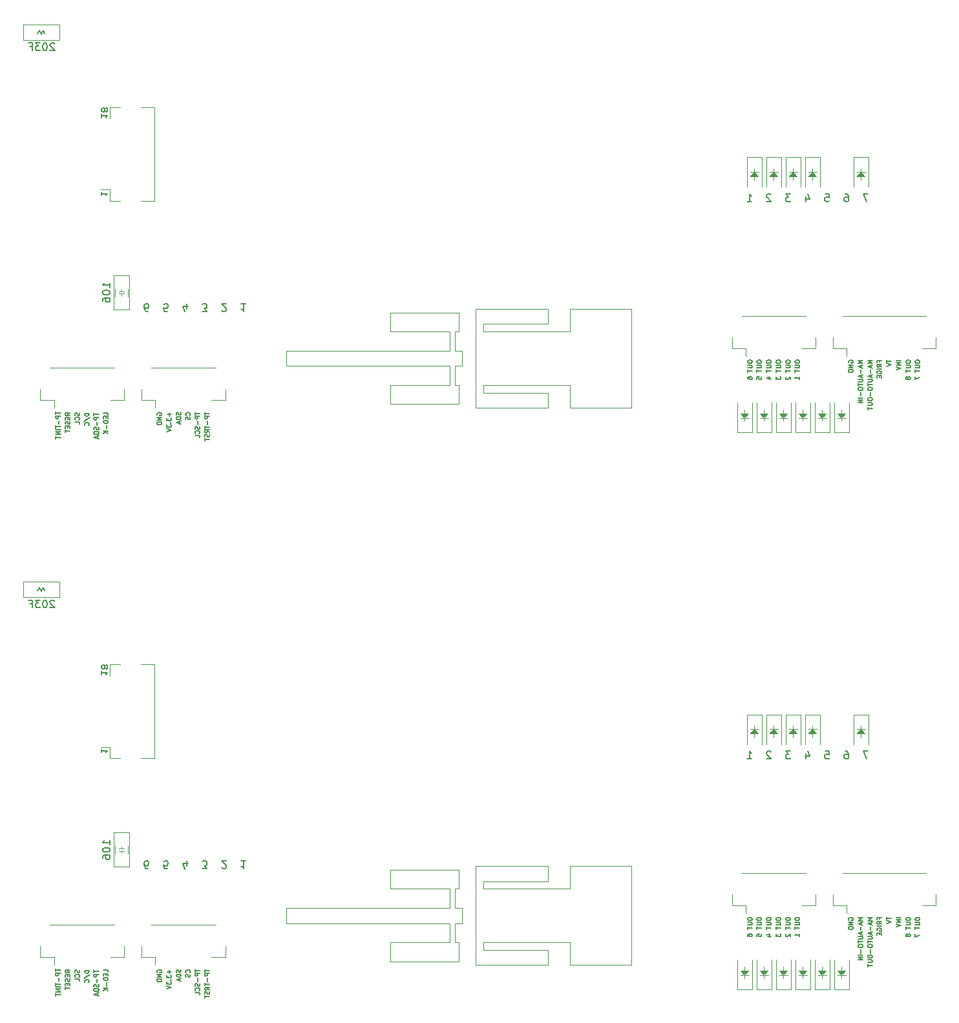
<source format=gbr>
%TF.GenerationSoftware,KiCad,Pcbnew,8.0.7*%
%TF.CreationDate,2025-01-14T19:54:10+09:00*%
%TF.ProjectId,AutoHome-S-Cover_V7.0,4175746f-486f-46d6-952d-532d436f7665,rev?*%
%TF.SameCoordinates,Original*%
%TF.FileFunction,Legend,Bot*%
%TF.FilePolarity,Positive*%
%FSLAX46Y46*%
G04 Gerber Fmt 4.6, Leading zero omitted, Abs format (unit mm)*
G04 Created by KiCad (PCBNEW 8.0.7) date 2025-01-14 19:54:10*
%MOMM*%
%LPD*%
G01*
G04 APERTURE LIST*
%ADD10C,0.150000*%
%ADD11C,0.120000*%
%ADD12C,0.100000*%
%ADD13C,0.200000*%
G04 APERTURE END LIST*
D10*
X55541492Y-133841792D02*
X55541492Y-134298935D01*
X55541492Y-134070363D02*
X56341492Y-134070363D01*
X56341492Y-134070363D02*
X56227207Y-134146554D01*
X56227207Y-134146554D02*
X56151016Y-134222744D01*
X56151016Y-134222744D02*
X56112921Y-134298935D01*
X55541492Y-123632970D02*
X55541492Y-124090113D01*
X55541492Y-123861541D02*
X56341492Y-123861541D01*
X56341492Y-123861541D02*
X56227207Y-123937732D01*
X56227207Y-123937732D02*
X56151016Y-124013922D01*
X56151016Y-124013922D02*
X56112921Y-124090113D01*
X55998635Y-123175827D02*
X56036730Y-123252017D01*
X56036730Y-123252017D02*
X56074826Y-123290112D01*
X56074826Y-123290112D02*
X56151016Y-123328208D01*
X56151016Y-123328208D02*
X56189111Y-123328208D01*
X56189111Y-123328208D02*
X56265302Y-123290112D01*
X56265302Y-123290112D02*
X56303397Y-123252017D01*
X56303397Y-123252017D02*
X56341492Y-123175827D01*
X56341492Y-123175827D02*
X56341492Y-123023446D01*
X56341492Y-123023446D02*
X56303397Y-122947255D01*
X56303397Y-122947255D02*
X56265302Y-122909160D01*
X56265302Y-122909160D02*
X56189111Y-122871065D01*
X56189111Y-122871065D02*
X56151016Y-122871065D01*
X56151016Y-122871065D02*
X56074826Y-122909160D01*
X56074826Y-122909160D02*
X56036730Y-122947255D01*
X56036730Y-122947255D02*
X55998635Y-123023446D01*
X55998635Y-123023446D02*
X55998635Y-123175827D01*
X55998635Y-123175827D02*
X55960540Y-123252017D01*
X55960540Y-123252017D02*
X55922445Y-123290112D01*
X55922445Y-123290112D02*
X55846254Y-123328208D01*
X55846254Y-123328208D02*
X55693873Y-123328208D01*
X55693873Y-123328208D02*
X55617683Y-123290112D01*
X55617683Y-123290112D02*
X55579588Y-123252017D01*
X55579588Y-123252017D02*
X55541492Y-123175827D01*
X55541492Y-123175827D02*
X55541492Y-123023446D01*
X55541492Y-123023446D02*
X55579588Y-122947255D01*
X55579588Y-122947255D02*
X55617683Y-122909160D01*
X55617683Y-122909160D02*
X55693873Y-122871065D01*
X55693873Y-122871065D02*
X55846254Y-122871065D01*
X55846254Y-122871065D02*
X55922445Y-122909160D01*
X55922445Y-122909160D02*
X55960540Y-122947255D01*
X55960540Y-122947255D02*
X55998635Y-123023446D01*
X68737455Y-149505180D02*
X69356502Y-149505180D01*
X69356502Y-149505180D02*
X69023169Y-149124228D01*
X69023169Y-149124228D02*
X69166026Y-149124228D01*
X69166026Y-149124228D02*
X69261264Y-149076609D01*
X69261264Y-149076609D02*
X69308883Y-149028990D01*
X69308883Y-149028990D02*
X69356502Y-148933752D01*
X69356502Y-148933752D02*
X69356502Y-148695657D01*
X69356502Y-148695657D02*
X69308883Y-148600419D01*
X69308883Y-148600419D02*
X69261264Y-148552800D01*
X69261264Y-148552800D02*
X69166026Y-148505180D01*
X69166026Y-148505180D02*
X68880312Y-148505180D01*
X68880312Y-148505180D02*
X68785074Y-148552800D01*
X68785074Y-148552800D02*
X68737455Y-148600419D01*
X71325074Y-149409942D02*
X71372693Y-149457561D01*
X71372693Y-149457561D02*
X71467931Y-149505180D01*
X71467931Y-149505180D02*
X71706026Y-149505180D01*
X71706026Y-149505180D02*
X71801264Y-149457561D01*
X71801264Y-149457561D02*
X71848883Y-149409942D01*
X71848883Y-149409942D02*
X71896502Y-149314704D01*
X71896502Y-149314704D02*
X71896502Y-149219466D01*
X71896502Y-149219466D02*
X71848883Y-149076609D01*
X71848883Y-149076609D02*
X71277455Y-148505180D01*
X71277455Y-148505180D02*
X71896502Y-148505180D01*
X64208883Y-149510756D02*
X63732693Y-149510756D01*
X63732693Y-149510756D02*
X63685074Y-149034566D01*
X63685074Y-149034566D02*
X63732693Y-149082185D01*
X63732693Y-149082185D02*
X63827931Y-149129804D01*
X63827931Y-149129804D02*
X64066026Y-149129804D01*
X64066026Y-149129804D02*
X64161264Y-149082185D01*
X64161264Y-149082185D02*
X64208883Y-149034566D01*
X64208883Y-149034566D02*
X64256502Y-148939328D01*
X64256502Y-148939328D02*
X64256502Y-148701233D01*
X64256502Y-148701233D02*
X64208883Y-148605995D01*
X64208883Y-148605995D02*
X64161264Y-148558376D01*
X64161264Y-148558376D02*
X64066026Y-148510756D01*
X64066026Y-148510756D02*
X63827931Y-148510756D01*
X63827931Y-148510756D02*
X63732693Y-148558376D01*
X63732693Y-148558376D02*
X63685074Y-148605995D01*
X66721264Y-149171847D02*
X66721264Y-148505180D01*
X66483169Y-149552800D02*
X66245074Y-148838514D01*
X66245074Y-148838514D02*
X66864121Y-148838514D01*
X74436502Y-148505180D02*
X73865074Y-148505180D01*
X74150788Y-148505180D02*
X74150788Y-149505180D01*
X74150788Y-149505180D02*
X74055550Y-149362323D01*
X74055550Y-149362323D02*
X73960312Y-149267085D01*
X73960312Y-149267085D02*
X73865074Y-149219466D01*
X61621264Y-149510756D02*
X61430788Y-149510756D01*
X61430788Y-149510756D02*
X61335550Y-149463137D01*
X61335550Y-149463137D02*
X61287931Y-149415518D01*
X61287931Y-149415518D02*
X61192693Y-149272661D01*
X61192693Y-149272661D02*
X61145074Y-149082185D01*
X61145074Y-149082185D02*
X61145074Y-148701233D01*
X61145074Y-148701233D02*
X61192693Y-148605995D01*
X61192693Y-148605995D02*
X61240312Y-148558376D01*
X61240312Y-148558376D02*
X61335550Y-148510756D01*
X61335550Y-148510756D02*
X61526026Y-148510756D01*
X61526026Y-148510756D02*
X61621264Y-148558376D01*
X61621264Y-148558376D02*
X61668883Y-148605995D01*
X61668883Y-148605995D02*
X61716502Y-148701233D01*
X61716502Y-148701233D02*
X61716502Y-148939328D01*
X61716502Y-148939328D02*
X61668883Y-149034566D01*
X61668883Y-149034566D02*
X61621264Y-149082185D01*
X61621264Y-149082185D02*
X61526026Y-149129804D01*
X61526026Y-149129804D02*
X61335550Y-149129804D01*
X61335550Y-149129804D02*
X61240312Y-149082185D01*
X61240312Y-149082185D02*
X61192693Y-149034566D01*
X61192693Y-149034566D02*
X61145074Y-148939328D01*
X62849130Y-163099429D02*
X62820559Y-163042287D01*
X62820559Y-163042287D02*
X62820559Y-162956572D01*
X62820559Y-162956572D02*
X62849130Y-162870858D01*
X62849130Y-162870858D02*
X62906273Y-162813715D01*
X62906273Y-162813715D02*
X62963416Y-162785144D01*
X62963416Y-162785144D02*
X63077702Y-162756572D01*
X63077702Y-162756572D02*
X63163416Y-162756572D01*
X63163416Y-162756572D02*
X63277702Y-162785144D01*
X63277702Y-162785144D02*
X63334845Y-162813715D01*
X63334845Y-162813715D02*
X63391988Y-162870858D01*
X63391988Y-162870858D02*
X63420559Y-162956572D01*
X63420559Y-162956572D02*
X63420559Y-163013715D01*
X63420559Y-163013715D02*
X63391988Y-163099429D01*
X63391988Y-163099429D02*
X63363416Y-163128001D01*
X63363416Y-163128001D02*
X63163416Y-163128001D01*
X63163416Y-163128001D02*
X63163416Y-163013715D01*
X63420559Y-163385144D02*
X62820559Y-163385144D01*
X62820559Y-163385144D02*
X63420559Y-163728001D01*
X63420559Y-163728001D02*
X62820559Y-163728001D01*
X63420559Y-164013715D02*
X62820559Y-164013715D01*
X62820559Y-164013715D02*
X62820559Y-164156572D01*
X62820559Y-164156572D02*
X62849130Y-164242286D01*
X62849130Y-164242286D02*
X62906273Y-164299429D01*
X62906273Y-164299429D02*
X62963416Y-164328000D01*
X62963416Y-164328000D02*
X63077702Y-164356572D01*
X63077702Y-164356572D02*
X63163416Y-164356572D01*
X63163416Y-164356572D02*
X63277702Y-164328000D01*
X63277702Y-164328000D02*
X63334845Y-164299429D01*
X63334845Y-164299429D02*
X63391988Y-164242286D01*
X63391988Y-164242286D02*
X63420559Y-164156572D01*
X63420559Y-164156572D02*
X63420559Y-164013715D01*
X64441988Y-162785144D02*
X64441988Y-163242287D01*
X64670559Y-163013715D02*
X64213416Y-163013715D01*
X64070559Y-163470858D02*
X64070559Y-163842286D01*
X64070559Y-163842286D02*
X64299130Y-163642286D01*
X64299130Y-163642286D02*
X64299130Y-163728001D01*
X64299130Y-163728001D02*
X64327702Y-163785144D01*
X64327702Y-163785144D02*
X64356273Y-163813715D01*
X64356273Y-163813715D02*
X64413416Y-163842286D01*
X64413416Y-163842286D02*
X64556273Y-163842286D01*
X64556273Y-163842286D02*
X64613416Y-163813715D01*
X64613416Y-163813715D02*
X64641988Y-163785144D01*
X64641988Y-163785144D02*
X64670559Y-163728001D01*
X64670559Y-163728001D02*
X64670559Y-163556572D01*
X64670559Y-163556572D02*
X64641988Y-163499429D01*
X64641988Y-163499429D02*
X64613416Y-163470858D01*
X64613416Y-164099430D02*
X64641988Y-164128001D01*
X64641988Y-164128001D02*
X64670559Y-164099430D01*
X64670559Y-164099430D02*
X64641988Y-164070858D01*
X64641988Y-164070858D02*
X64613416Y-164099430D01*
X64613416Y-164099430D02*
X64670559Y-164099430D01*
X64070559Y-164328001D02*
X64070559Y-164699429D01*
X64070559Y-164699429D02*
X64299130Y-164499429D01*
X64299130Y-164499429D02*
X64299130Y-164585144D01*
X64299130Y-164585144D02*
X64327702Y-164642287D01*
X64327702Y-164642287D02*
X64356273Y-164670858D01*
X64356273Y-164670858D02*
X64413416Y-164699429D01*
X64413416Y-164699429D02*
X64556273Y-164699429D01*
X64556273Y-164699429D02*
X64613416Y-164670858D01*
X64613416Y-164670858D02*
X64641988Y-164642287D01*
X64641988Y-164642287D02*
X64670559Y-164585144D01*
X64670559Y-164585144D02*
X64670559Y-164413715D01*
X64670559Y-164413715D02*
X64641988Y-164356572D01*
X64641988Y-164356572D02*
X64613416Y-164328001D01*
X64070559Y-164870858D02*
X64670559Y-165070858D01*
X64670559Y-165070858D02*
X64070559Y-165270858D01*
X65891988Y-162756572D02*
X65920559Y-162842287D01*
X65920559Y-162842287D02*
X65920559Y-162985144D01*
X65920559Y-162985144D02*
X65891988Y-163042287D01*
X65891988Y-163042287D02*
X65863416Y-163070858D01*
X65863416Y-163070858D02*
X65806273Y-163099429D01*
X65806273Y-163099429D02*
X65749130Y-163099429D01*
X65749130Y-163099429D02*
X65691988Y-163070858D01*
X65691988Y-163070858D02*
X65663416Y-163042287D01*
X65663416Y-163042287D02*
X65634845Y-162985144D01*
X65634845Y-162985144D02*
X65606273Y-162870858D01*
X65606273Y-162870858D02*
X65577702Y-162813715D01*
X65577702Y-162813715D02*
X65549130Y-162785144D01*
X65549130Y-162785144D02*
X65491988Y-162756572D01*
X65491988Y-162756572D02*
X65434845Y-162756572D01*
X65434845Y-162756572D02*
X65377702Y-162785144D01*
X65377702Y-162785144D02*
X65349130Y-162813715D01*
X65349130Y-162813715D02*
X65320559Y-162870858D01*
X65320559Y-162870858D02*
X65320559Y-163013715D01*
X65320559Y-163013715D02*
X65349130Y-163099429D01*
X65920559Y-163356573D02*
X65320559Y-163356573D01*
X65320559Y-163356573D02*
X65320559Y-163499430D01*
X65320559Y-163499430D02*
X65349130Y-163585144D01*
X65349130Y-163585144D02*
X65406273Y-163642287D01*
X65406273Y-163642287D02*
X65463416Y-163670858D01*
X65463416Y-163670858D02*
X65577702Y-163699430D01*
X65577702Y-163699430D02*
X65663416Y-163699430D01*
X65663416Y-163699430D02*
X65777702Y-163670858D01*
X65777702Y-163670858D02*
X65834845Y-163642287D01*
X65834845Y-163642287D02*
X65891988Y-163585144D01*
X65891988Y-163585144D02*
X65920559Y-163499430D01*
X65920559Y-163499430D02*
X65920559Y-163356573D01*
X65749130Y-163928001D02*
X65749130Y-164213716D01*
X65920559Y-163870858D02*
X65320559Y-164070858D01*
X65320559Y-164070858D02*
X65920559Y-164270858D01*
X67113416Y-163128001D02*
X67141988Y-163099429D01*
X67141988Y-163099429D02*
X67170559Y-163013715D01*
X67170559Y-163013715D02*
X67170559Y-162956572D01*
X67170559Y-162956572D02*
X67141988Y-162870858D01*
X67141988Y-162870858D02*
X67084845Y-162813715D01*
X67084845Y-162813715D02*
X67027702Y-162785144D01*
X67027702Y-162785144D02*
X66913416Y-162756572D01*
X66913416Y-162756572D02*
X66827702Y-162756572D01*
X66827702Y-162756572D02*
X66713416Y-162785144D01*
X66713416Y-162785144D02*
X66656273Y-162813715D01*
X66656273Y-162813715D02*
X66599130Y-162870858D01*
X66599130Y-162870858D02*
X66570559Y-162956572D01*
X66570559Y-162956572D02*
X66570559Y-163013715D01*
X66570559Y-163013715D02*
X66599130Y-163099429D01*
X66599130Y-163099429D02*
X66627702Y-163128001D01*
X67141988Y-163356572D02*
X67170559Y-163442287D01*
X67170559Y-163442287D02*
X67170559Y-163585144D01*
X67170559Y-163585144D02*
X67141988Y-163642287D01*
X67141988Y-163642287D02*
X67113416Y-163670858D01*
X67113416Y-163670858D02*
X67056273Y-163699429D01*
X67056273Y-163699429D02*
X66999130Y-163699429D01*
X66999130Y-163699429D02*
X66941988Y-163670858D01*
X66941988Y-163670858D02*
X66913416Y-163642287D01*
X66913416Y-163642287D02*
X66884845Y-163585144D01*
X66884845Y-163585144D02*
X66856273Y-163470858D01*
X66856273Y-163470858D02*
X66827702Y-163413715D01*
X66827702Y-163413715D02*
X66799130Y-163385144D01*
X66799130Y-163385144D02*
X66741988Y-163356572D01*
X66741988Y-163356572D02*
X66684845Y-163356572D01*
X66684845Y-163356572D02*
X66627702Y-163385144D01*
X66627702Y-163385144D02*
X66599130Y-163413715D01*
X66599130Y-163413715D02*
X66570559Y-163470858D01*
X66570559Y-163470858D02*
X66570559Y-163613715D01*
X66570559Y-163613715D02*
X66599130Y-163699429D01*
X67820559Y-162699429D02*
X67820559Y-163042287D01*
X68420559Y-162870858D02*
X67820559Y-162870858D01*
X68420559Y-163242287D02*
X67820559Y-163242287D01*
X67820559Y-163242287D02*
X67820559Y-163470858D01*
X67820559Y-163470858D02*
X67849130Y-163528001D01*
X67849130Y-163528001D02*
X67877702Y-163556572D01*
X67877702Y-163556572D02*
X67934845Y-163585144D01*
X67934845Y-163585144D02*
X68020559Y-163585144D01*
X68020559Y-163585144D02*
X68077702Y-163556572D01*
X68077702Y-163556572D02*
X68106273Y-163528001D01*
X68106273Y-163528001D02*
X68134845Y-163470858D01*
X68134845Y-163470858D02*
X68134845Y-163242287D01*
X68191988Y-163842287D02*
X68191988Y-164299430D01*
X68391988Y-164556572D02*
X68420559Y-164642287D01*
X68420559Y-164642287D02*
X68420559Y-164785144D01*
X68420559Y-164785144D02*
X68391988Y-164842287D01*
X68391988Y-164842287D02*
X68363416Y-164870858D01*
X68363416Y-164870858D02*
X68306273Y-164899429D01*
X68306273Y-164899429D02*
X68249130Y-164899429D01*
X68249130Y-164899429D02*
X68191988Y-164870858D01*
X68191988Y-164870858D02*
X68163416Y-164842287D01*
X68163416Y-164842287D02*
X68134845Y-164785144D01*
X68134845Y-164785144D02*
X68106273Y-164670858D01*
X68106273Y-164670858D02*
X68077702Y-164613715D01*
X68077702Y-164613715D02*
X68049130Y-164585144D01*
X68049130Y-164585144D02*
X67991988Y-164556572D01*
X67991988Y-164556572D02*
X67934845Y-164556572D01*
X67934845Y-164556572D02*
X67877702Y-164585144D01*
X67877702Y-164585144D02*
X67849130Y-164613715D01*
X67849130Y-164613715D02*
X67820559Y-164670858D01*
X67820559Y-164670858D02*
X67820559Y-164813715D01*
X67820559Y-164813715D02*
X67849130Y-164899429D01*
X68363416Y-165499430D02*
X68391988Y-165470858D01*
X68391988Y-165470858D02*
X68420559Y-165385144D01*
X68420559Y-165385144D02*
X68420559Y-165328001D01*
X68420559Y-165328001D02*
X68391988Y-165242287D01*
X68391988Y-165242287D02*
X68334845Y-165185144D01*
X68334845Y-165185144D02*
X68277702Y-165156573D01*
X68277702Y-165156573D02*
X68163416Y-165128001D01*
X68163416Y-165128001D02*
X68077702Y-165128001D01*
X68077702Y-165128001D02*
X67963416Y-165156573D01*
X67963416Y-165156573D02*
X67906273Y-165185144D01*
X67906273Y-165185144D02*
X67849130Y-165242287D01*
X67849130Y-165242287D02*
X67820559Y-165328001D01*
X67820559Y-165328001D02*
X67820559Y-165385144D01*
X67820559Y-165385144D02*
X67849130Y-165470858D01*
X67849130Y-165470858D02*
X67877702Y-165499430D01*
X68420559Y-166042287D02*
X68420559Y-165756573D01*
X68420559Y-165756573D02*
X67820559Y-165756573D01*
X69070559Y-162699429D02*
X69070559Y-163042287D01*
X69670559Y-162870858D02*
X69070559Y-162870858D01*
X69670559Y-163242287D02*
X69070559Y-163242287D01*
X69070559Y-163242287D02*
X69070559Y-163470858D01*
X69070559Y-163470858D02*
X69099130Y-163528001D01*
X69099130Y-163528001D02*
X69127702Y-163556572D01*
X69127702Y-163556572D02*
X69184845Y-163585144D01*
X69184845Y-163585144D02*
X69270559Y-163585144D01*
X69270559Y-163585144D02*
X69327702Y-163556572D01*
X69327702Y-163556572D02*
X69356273Y-163528001D01*
X69356273Y-163528001D02*
X69384845Y-163470858D01*
X69384845Y-163470858D02*
X69384845Y-163242287D01*
X69441988Y-163842287D02*
X69441988Y-164299430D01*
X69070559Y-164499429D02*
X69070559Y-164842287D01*
X69670559Y-164670858D02*
X69070559Y-164670858D01*
X69670559Y-165385144D02*
X69384845Y-165185144D01*
X69670559Y-165042287D02*
X69070559Y-165042287D01*
X69070559Y-165042287D02*
X69070559Y-165270858D01*
X69070559Y-165270858D02*
X69099130Y-165328001D01*
X69099130Y-165328001D02*
X69127702Y-165356572D01*
X69127702Y-165356572D02*
X69184845Y-165385144D01*
X69184845Y-165385144D02*
X69270559Y-165385144D01*
X69270559Y-165385144D02*
X69327702Y-165356572D01*
X69327702Y-165356572D02*
X69356273Y-165328001D01*
X69356273Y-165328001D02*
X69384845Y-165270858D01*
X69384845Y-165270858D02*
X69384845Y-165042287D01*
X69641988Y-165613715D02*
X69670559Y-165699430D01*
X69670559Y-165699430D02*
X69670559Y-165842287D01*
X69670559Y-165842287D02*
X69641988Y-165899430D01*
X69641988Y-165899430D02*
X69613416Y-165928001D01*
X69613416Y-165928001D02*
X69556273Y-165956572D01*
X69556273Y-165956572D02*
X69499130Y-165956572D01*
X69499130Y-165956572D02*
X69441988Y-165928001D01*
X69441988Y-165928001D02*
X69413416Y-165899430D01*
X69413416Y-165899430D02*
X69384845Y-165842287D01*
X69384845Y-165842287D02*
X69356273Y-165728001D01*
X69356273Y-165728001D02*
X69327702Y-165670858D01*
X69327702Y-165670858D02*
X69299130Y-165642287D01*
X69299130Y-165642287D02*
X69241988Y-165613715D01*
X69241988Y-165613715D02*
X69184845Y-165613715D01*
X69184845Y-165613715D02*
X69127702Y-165642287D01*
X69127702Y-165642287D02*
X69099130Y-165670858D01*
X69099130Y-165670858D02*
X69070559Y-165728001D01*
X69070559Y-165728001D02*
X69070559Y-165870858D01*
X69070559Y-165870858D02*
X69099130Y-165956572D01*
X69070559Y-166128001D02*
X69070559Y-166470859D01*
X69670559Y-166299430D02*
X69070559Y-166299430D01*
X56670607Y-146373333D02*
X56670607Y-145801905D01*
X56670607Y-146087619D02*
X55670607Y-146087619D01*
X55670607Y-146087619D02*
X55813464Y-145992381D01*
X55813464Y-145992381D02*
X55908702Y-145897143D01*
X55908702Y-145897143D02*
X55956321Y-145801905D01*
X55670607Y-146992381D02*
X55670607Y-147087619D01*
X55670607Y-147087619D02*
X55718226Y-147182857D01*
X55718226Y-147182857D02*
X55765845Y-147230476D01*
X55765845Y-147230476D02*
X55861083Y-147278095D01*
X55861083Y-147278095D02*
X56051559Y-147325714D01*
X56051559Y-147325714D02*
X56289654Y-147325714D01*
X56289654Y-147325714D02*
X56480130Y-147278095D01*
X56480130Y-147278095D02*
X56575368Y-147230476D01*
X56575368Y-147230476D02*
X56622988Y-147182857D01*
X56622988Y-147182857D02*
X56670607Y-147087619D01*
X56670607Y-147087619D02*
X56670607Y-146992381D01*
X56670607Y-146992381D02*
X56622988Y-146897143D01*
X56622988Y-146897143D02*
X56575368Y-146849524D01*
X56575368Y-146849524D02*
X56480130Y-146801905D01*
X56480130Y-146801905D02*
X56289654Y-146754286D01*
X56289654Y-146754286D02*
X56051559Y-146754286D01*
X56051559Y-146754286D02*
X55861083Y-146801905D01*
X55861083Y-146801905D02*
X55765845Y-146849524D01*
X55765845Y-146849524D02*
X55718226Y-146897143D01*
X55718226Y-146897143D02*
X55670607Y-146992381D01*
X55670607Y-148182857D02*
X55670607Y-147992381D01*
X55670607Y-147992381D02*
X55718226Y-147897143D01*
X55718226Y-147897143D02*
X55765845Y-147849524D01*
X55765845Y-147849524D02*
X55908702Y-147754286D01*
X55908702Y-147754286D02*
X56099178Y-147706667D01*
X56099178Y-147706667D02*
X56480130Y-147706667D01*
X56480130Y-147706667D02*
X56575368Y-147754286D01*
X56575368Y-147754286D02*
X56622988Y-147801905D01*
X56622988Y-147801905D02*
X56670607Y-147897143D01*
X56670607Y-147897143D02*
X56670607Y-148087619D01*
X56670607Y-148087619D02*
X56622988Y-148182857D01*
X56622988Y-148182857D02*
X56575368Y-148230476D01*
X56575368Y-148230476D02*
X56480130Y-148278095D01*
X56480130Y-148278095D02*
X56242035Y-148278095D01*
X56242035Y-148278095D02*
X56146797Y-148230476D01*
X56146797Y-148230476D02*
X56099178Y-148182857D01*
X56099178Y-148182857D02*
X56051559Y-148087619D01*
X56051559Y-148087619D02*
X56051559Y-147897143D01*
X56051559Y-147897143D02*
X56099178Y-147801905D01*
X56099178Y-147801905D02*
X56146797Y-147754286D01*
X56146797Y-147754286D02*
X56242035Y-147706667D01*
X145834120Y-134134819D02*
X145215073Y-134134819D01*
X145215073Y-134134819D02*
X145548406Y-134515771D01*
X145548406Y-134515771D02*
X145405549Y-134515771D01*
X145405549Y-134515771D02*
X145310311Y-134563390D01*
X145310311Y-134563390D02*
X145262692Y-134611009D01*
X145262692Y-134611009D02*
X145215073Y-134706247D01*
X145215073Y-134706247D02*
X145215073Y-134944342D01*
X145215073Y-134944342D02*
X145262692Y-135039580D01*
X145262692Y-135039580D02*
X145310311Y-135087200D01*
X145310311Y-135087200D02*
X145405549Y-135134819D01*
X145405549Y-135134819D02*
X145691263Y-135134819D01*
X145691263Y-135134819D02*
X145786501Y-135087200D01*
X145786501Y-135087200D02*
X145834120Y-135039580D01*
X155989120Y-134124819D02*
X155322454Y-134124819D01*
X155322454Y-134124819D02*
X155751025Y-135124819D01*
X143246501Y-134230057D02*
X143198882Y-134182438D01*
X143198882Y-134182438D02*
X143103644Y-134134819D01*
X143103644Y-134134819D02*
X142865549Y-134134819D01*
X142865549Y-134134819D02*
X142770311Y-134182438D01*
X142770311Y-134182438D02*
X142722692Y-134230057D01*
X142722692Y-134230057D02*
X142675073Y-134325295D01*
X142675073Y-134325295D02*
X142675073Y-134420533D01*
X142675073Y-134420533D02*
X142722692Y-134563390D01*
X142722692Y-134563390D02*
X143294120Y-135134819D01*
X143294120Y-135134819D02*
X142675073Y-135134819D01*
X150362692Y-134129243D02*
X150838882Y-134129243D01*
X150838882Y-134129243D02*
X150886501Y-134605433D01*
X150886501Y-134605433D02*
X150838882Y-134557814D01*
X150838882Y-134557814D02*
X150743644Y-134510195D01*
X150743644Y-134510195D02*
X150505549Y-134510195D01*
X150505549Y-134510195D02*
X150410311Y-134557814D01*
X150410311Y-134557814D02*
X150362692Y-134605433D01*
X150362692Y-134605433D02*
X150315073Y-134700671D01*
X150315073Y-134700671D02*
X150315073Y-134938766D01*
X150315073Y-134938766D02*
X150362692Y-135034004D01*
X150362692Y-135034004D02*
X150410311Y-135081624D01*
X150410311Y-135081624D02*
X150505549Y-135129243D01*
X150505549Y-135129243D02*
X150743644Y-135129243D01*
X150743644Y-135129243D02*
X150838882Y-135081624D01*
X150838882Y-135081624D02*
X150886501Y-135034004D01*
X140135073Y-135134819D02*
X140706501Y-135134819D01*
X140420787Y-135134819D02*
X140420787Y-134134819D01*
X140420787Y-134134819D02*
X140516025Y-134277676D01*
X140516025Y-134277676D02*
X140611263Y-134372914D01*
X140611263Y-134372914D02*
X140706501Y-134420533D01*
X152950311Y-134129243D02*
X153140787Y-134129243D01*
X153140787Y-134129243D02*
X153236025Y-134176862D01*
X153236025Y-134176862D02*
X153283644Y-134224481D01*
X153283644Y-134224481D02*
X153378882Y-134367338D01*
X153378882Y-134367338D02*
X153426501Y-134557814D01*
X153426501Y-134557814D02*
X153426501Y-134938766D01*
X153426501Y-134938766D02*
X153378882Y-135034004D01*
X153378882Y-135034004D02*
X153331263Y-135081624D01*
X153331263Y-135081624D02*
X153236025Y-135129243D01*
X153236025Y-135129243D02*
X153045549Y-135129243D01*
X153045549Y-135129243D02*
X152950311Y-135081624D01*
X152950311Y-135081624D02*
X152902692Y-135034004D01*
X152902692Y-135034004D02*
X152855073Y-134938766D01*
X152855073Y-134938766D02*
X152855073Y-134700671D01*
X152855073Y-134700671D02*
X152902692Y-134605433D01*
X152902692Y-134605433D02*
X152950311Y-134557814D01*
X152950311Y-134557814D02*
X153045549Y-134510195D01*
X153045549Y-134510195D02*
X153236025Y-134510195D01*
X153236025Y-134510195D02*
X153331263Y-134557814D01*
X153331263Y-134557814D02*
X153378882Y-134605433D01*
X153378882Y-134605433D02*
X153426501Y-134700671D01*
X147850311Y-134468152D02*
X147850311Y-135134819D01*
X148088406Y-134087200D02*
X148326501Y-134801485D01*
X148326501Y-134801485D02*
X147707454Y-134801485D01*
X140165559Y-156045714D02*
X140165559Y-156160000D01*
X140165559Y-156160000D02*
X140194130Y-156217143D01*
X140194130Y-156217143D02*
X140251273Y-156274286D01*
X140251273Y-156274286D02*
X140365559Y-156302857D01*
X140365559Y-156302857D02*
X140565559Y-156302857D01*
X140565559Y-156302857D02*
X140679845Y-156274286D01*
X140679845Y-156274286D02*
X140736988Y-156217143D01*
X140736988Y-156217143D02*
X140765559Y-156160000D01*
X140765559Y-156160000D02*
X140765559Y-156045714D01*
X140765559Y-156045714D02*
X140736988Y-155988572D01*
X140736988Y-155988572D02*
X140679845Y-155931429D01*
X140679845Y-155931429D02*
X140565559Y-155902857D01*
X140565559Y-155902857D02*
X140365559Y-155902857D01*
X140365559Y-155902857D02*
X140251273Y-155931429D01*
X140251273Y-155931429D02*
X140194130Y-155988572D01*
X140194130Y-155988572D02*
X140165559Y-156045714D01*
X140165559Y-156560000D02*
X140651273Y-156560000D01*
X140651273Y-156560000D02*
X140708416Y-156588571D01*
X140708416Y-156588571D02*
X140736988Y-156617143D01*
X140736988Y-156617143D02*
X140765559Y-156674285D01*
X140765559Y-156674285D02*
X140765559Y-156788571D01*
X140765559Y-156788571D02*
X140736988Y-156845714D01*
X140736988Y-156845714D02*
X140708416Y-156874285D01*
X140708416Y-156874285D02*
X140651273Y-156902857D01*
X140651273Y-156902857D02*
X140165559Y-156902857D01*
X140165559Y-157102856D02*
X140165559Y-157445714D01*
X140765559Y-157274285D02*
X140165559Y-157274285D01*
X140165559Y-158360000D02*
X140165559Y-158245714D01*
X140165559Y-158245714D02*
X140194130Y-158188571D01*
X140194130Y-158188571D02*
X140222702Y-158160000D01*
X140222702Y-158160000D02*
X140308416Y-158102857D01*
X140308416Y-158102857D02*
X140422702Y-158074285D01*
X140422702Y-158074285D02*
X140651273Y-158074285D01*
X140651273Y-158074285D02*
X140708416Y-158102857D01*
X140708416Y-158102857D02*
X140736988Y-158131428D01*
X140736988Y-158131428D02*
X140765559Y-158188571D01*
X140765559Y-158188571D02*
X140765559Y-158302857D01*
X140765559Y-158302857D02*
X140736988Y-158360000D01*
X140736988Y-158360000D02*
X140708416Y-158388571D01*
X140708416Y-158388571D02*
X140651273Y-158417142D01*
X140651273Y-158417142D02*
X140508416Y-158417142D01*
X140508416Y-158417142D02*
X140451273Y-158388571D01*
X140451273Y-158388571D02*
X140422702Y-158360000D01*
X140422702Y-158360000D02*
X140394130Y-158302857D01*
X140394130Y-158302857D02*
X140394130Y-158188571D01*
X140394130Y-158188571D02*
X140422702Y-158131428D01*
X140422702Y-158131428D02*
X140451273Y-158102857D01*
X140451273Y-158102857D02*
X140508416Y-158074285D01*
X141415559Y-156045714D02*
X141415559Y-156160000D01*
X141415559Y-156160000D02*
X141444130Y-156217143D01*
X141444130Y-156217143D02*
X141501273Y-156274286D01*
X141501273Y-156274286D02*
X141615559Y-156302857D01*
X141615559Y-156302857D02*
X141815559Y-156302857D01*
X141815559Y-156302857D02*
X141929845Y-156274286D01*
X141929845Y-156274286D02*
X141986988Y-156217143D01*
X141986988Y-156217143D02*
X142015559Y-156160000D01*
X142015559Y-156160000D02*
X142015559Y-156045714D01*
X142015559Y-156045714D02*
X141986988Y-155988572D01*
X141986988Y-155988572D02*
X141929845Y-155931429D01*
X141929845Y-155931429D02*
X141815559Y-155902857D01*
X141815559Y-155902857D02*
X141615559Y-155902857D01*
X141615559Y-155902857D02*
X141501273Y-155931429D01*
X141501273Y-155931429D02*
X141444130Y-155988572D01*
X141444130Y-155988572D02*
X141415559Y-156045714D01*
X141415559Y-156560000D02*
X141901273Y-156560000D01*
X141901273Y-156560000D02*
X141958416Y-156588571D01*
X141958416Y-156588571D02*
X141986988Y-156617143D01*
X141986988Y-156617143D02*
X142015559Y-156674285D01*
X142015559Y-156674285D02*
X142015559Y-156788571D01*
X142015559Y-156788571D02*
X141986988Y-156845714D01*
X141986988Y-156845714D02*
X141958416Y-156874285D01*
X141958416Y-156874285D02*
X141901273Y-156902857D01*
X141901273Y-156902857D02*
X141415559Y-156902857D01*
X141415559Y-157102856D02*
X141415559Y-157445714D01*
X142015559Y-157274285D02*
X141415559Y-157274285D01*
X141415559Y-158388571D02*
X141415559Y-158102857D01*
X141415559Y-158102857D02*
X141701273Y-158074285D01*
X141701273Y-158074285D02*
X141672702Y-158102857D01*
X141672702Y-158102857D02*
X141644130Y-158160000D01*
X141644130Y-158160000D02*
X141644130Y-158302857D01*
X141644130Y-158302857D02*
X141672702Y-158360000D01*
X141672702Y-158360000D02*
X141701273Y-158388571D01*
X141701273Y-158388571D02*
X141758416Y-158417142D01*
X141758416Y-158417142D02*
X141901273Y-158417142D01*
X141901273Y-158417142D02*
X141958416Y-158388571D01*
X141958416Y-158388571D02*
X141986988Y-158360000D01*
X141986988Y-158360000D02*
X142015559Y-158302857D01*
X142015559Y-158302857D02*
X142015559Y-158160000D01*
X142015559Y-158160000D02*
X141986988Y-158102857D01*
X141986988Y-158102857D02*
X141958416Y-158074285D01*
X143915559Y-156045714D02*
X143915559Y-156160000D01*
X143915559Y-156160000D02*
X143944130Y-156217143D01*
X143944130Y-156217143D02*
X144001273Y-156274286D01*
X144001273Y-156274286D02*
X144115559Y-156302857D01*
X144115559Y-156302857D02*
X144315559Y-156302857D01*
X144315559Y-156302857D02*
X144429845Y-156274286D01*
X144429845Y-156274286D02*
X144486988Y-156217143D01*
X144486988Y-156217143D02*
X144515559Y-156160000D01*
X144515559Y-156160000D02*
X144515559Y-156045714D01*
X144515559Y-156045714D02*
X144486988Y-155988572D01*
X144486988Y-155988572D02*
X144429845Y-155931429D01*
X144429845Y-155931429D02*
X144315559Y-155902857D01*
X144315559Y-155902857D02*
X144115559Y-155902857D01*
X144115559Y-155902857D02*
X144001273Y-155931429D01*
X144001273Y-155931429D02*
X143944130Y-155988572D01*
X143944130Y-155988572D02*
X143915559Y-156045714D01*
X143915559Y-156560000D02*
X144401273Y-156560000D01*
X144401273Y-156560000D02*
X144458416Y-156588571D01*
X144458416Y-156588571D02*
X144486988Y-156617143D01*
X144486988Y-156617143D02*
X144515559Y-156674285D01*
X144515559Y-156674285D02*
X144515559Y-156788571D01*
X144515559Y-156788571D02*
X144486988Y-156845714D01*
X144486988Y-156845714D02*
X144458416Y-156874285D01*
X144458416Y-156874285D02*
X144401273Y-156902857D01*
X144401273Y-156902857D02*
X143915559Y-156902857D01*
X143915559Y-157102856D02*
X143915559Y-157445714D01*
X144515559Y-157274285D02*
X143915559Y-157274285D01*
X143915559Y-158045714D02*
X143915559Y-158417142D01*
X143915559Y-158417142D02*
X144144130Y-158217142D01*
X144144130Y-158217142D02*
X144144130Y-158302857D01*
X144144130Y-158302857D02*
X144172702Y-158360000D01*
X144172702Y-158360000D02*
X144201273Y-158388571D01*
X144201273Y-158388571D02*
X144258416Y-158417142D01*
X144258416Y-158417142D02*
X144401273Y-158417142D01*
X144401273Y-158417142D02*
X144458416Y-158388571D01*
X144458416Y-158388571D02*
X144486988Y-158360000D01*
X144486988Y-158360000D02*
X144515559Y-158302857D01*
X144515559Y-158302857D02*
X144515559Y-158131428D01*
X144515559Y-158131428D02*
X144486988Y-158074285D01*
X144486988Y-158074285D02*
X144458416Y-158045714D01*
X142665559Y-156045714D02*
X142665559Y-156160000D01*
X142665559Y-156160000D02*
X142694130Y-156217143D01*
X142694130Y-156217143D02*
X142751273Y-156274286D01*
X142751273Y-156274286D02*
X142865559Y-156302857D01*
X142865559Y-156302857D02*
X143065559Y-156302857D01*
X143065559Y-156302857D02*
X143179845Y-156274286D01*
X143179845Y-156274286D02*
X143236988Y-156217143D01*
X143236988Y-156217143D02*
X143265559Y-156160000D01*
X143265559Y-156160000D02*
X143265559Y-156045714D01*
X143265559Y-156045714D02*
X143236988Y-155988572D01*
X143236988Y-155988572D02*
X143179845Y-155931429D01*
X143179845Y-155931429D02*
X143065559Y-155902857D01*
X143065559Y-155902857D02*
X142865559Y-155902857D01*
X142865559Y-155902857D02*
X142751273Y-155931429D01*
X142751273Y-155931429D02*
X142694130Y-155988572D01*
X142694130Y-155988572D02*
X142665559Y-156045714D01*
X142665559Y-156560000D02*
X143151273Y-156560000D01*
X143151273Y-156560000D02*
X143208416Y-156588571D01*
X143208416Y-156588571D02*
X143236988Y-156617143D01*
X143236988Y-156617143D02*
X143265559Y-156674285D01*
X143265559Y-156674285D02*
X143265559Y-156788571D01*
X143265559Y-156788571D02*
X143236988Y-156845714D01*
X143236988Y-156845714D02*
X143208416Y-156874285D01*
X143208416Y-156874285D02*
X143151273Y-156902857D01*
X143151273Y-156902857D02*
X142665559Y-156902857D01*
X142665559Y-157102856D02*
X142665559Y-157445714D01*
X143265559Y-157274285D02*
X142665559Y-157274285D01*
X142865559Y-158360000D02*
X143265559Y-158360000D01*
X142636988Y-158217142D02*
X143065559Y-158074285D01*
X143065559Y-158074285D02*
X143065559Y-158445714D01*
X145165559Y-156045714D02*
X145165559Y-156160000D01*
X145165559Y-156160000D02*
X145194130Y-156217143D01*
X145194130Y-156217143D02*
X145251273Y-156274286D01*
X145251273Y-156274286D02*
X145365559Y-156302857D01*
X145365559Y-156302857D02*
X145565559Y-156302857D01*
X145565559Y-156302857D02*
X145679845Y-156274286D01*
X145679845Y-156274286D02*
X145736988Y-156217143D01*
X145736988Y-156217143D02*
X145765559Y-156160000D01*
X145765559Y-156160000D02*
X145765559Y-156045714D01*
X145765559Y-156045714D02*
X145736988Y-155988572D01*
X145736988Y-155988572D02*
X145679845Y-155931429D01*
X145679845Y-155931429D02*
X145565559Y-155902857D01*
X145565559Y-155902857D02*
X145365559Y-155902857D01*
X145365559Y-155902857D02*
X145251273Y-155931429D01*
X145251273Y-155931429D02*
X145194130Y-155988572D01*
X145194130Y-155988572D02*
X145165559Y-156045714D01*
X145165559Y-156560000D02*
X145651273Y-156560000D01*
X145651273Y-156560000D02*
X145708416Y-156588571D01*
X145708416Y-156588571D02*
X145736988Y-156617143D01*
X145736988Y-156617143D02*
X145765559Y-156674285D01*
X145765559Y-156674285D02*
X145765559Y-156788571D01*
X145765559Y-156788571D02*
X145736988Y-156845714D01*
X145736988Y-156845714D02*
X145708416Y-156874285D01*
X145708416Y-156874285D02*
X145651273Y-156902857D01*
X145651273Y-156902857D02*
X145165559Y-156902857D01*
X145165559Y-157102856D02*
X145165559Y-157445714D01*
X145765559Y-157274285D02*
X145165559Y-157274285D01*
X145222702Y-158074285D02*
X145194130Y-158102857D01*
X145194130Y-158102857D02*
X145165559Y-158160000D01*
X145165559Y-158160000D02*
X145165559Y-158302857D01*
X145165559Y-158302857D02*
X145194130Y-158360000D01*
X145194130Y-158360000D02*
X145222702Y-158388571D01*
X145222702Y-158388571D02*
X145279845Y-158417142D01*
X145279845Y-158417142D02*
X145336988Y-158417142D01*
X145336988Y-158417142D02*
X145422702Y-158388571D01*
X145422702Y-158388571D02*
X145765559Y-158045714D01*
X145765559Y-158045714D02*
X145765559Y-158417142D01*
X146415559Y-156045714D02*
X146415559Y-156160000D01*
X146415559Y-156160000D02*
X146444130Y-156217143D01*
X146444130Y-156217143D02*
X146501273Y-156274286D01*
X146501273Y-156274286D02*
X146615559Y-156302857D01*
X146615559Y-156302857D02*
X146815559Y-156302857D01*
X146815559Y-156302857D02*
X146929845Y-156274286D01*
X146929845Y-156274286D02*
X146986988Y-156217143D01*
X146986988Y-156217143D02*
X147015559Y-156160000D01*
X147015559Y-156160000D02*
X147015559Y-156045714D01*
X147015559Y-156045714D02*
X146986988Y-155988572D01*
X146986988Y-155988572D02*
X146929845Y-155931429D01*
X146929845Y-155931429D02*
X146815559Y-155902857D01*
X146815559Y-155902857D02*
X146615559Y-155902857D01*
X146615559Y-155902857D02*
X146501273Y-155931429D01*
X146501273Y-155931429D02*
X146444130Y-155988572D01*
X146444130Y-155988572D02*
X146415559Y-156045714D01*
X146415559Y-156560000D02*
X146901273Y-156560000D01*
X146901273Y-156560000D02*
X146958416Y-156588571D01*
X146958416Y-156588571D02*
X146986988Y-156617143D01*
X146986988Y-156617143D02*
X147015559Y-156674285D01*
X147015559Y-156674285D02*
X147015559Y-156788571D01*
X147015559Y-156788571D02*
X146986988Y-156845714D01*
X146986988Y-156845714D02*
X146958416Y-156874285D01*
X146958416Y-156874285D02*
X146901273Y-156902857D01*
X146901273Y-156902857D02*
X146415559Y-156902857D01*
X146415559Y-157102856D02*
X146415559Y-157445714D01*
X147015559Y-157274285D02*
X146415559Y-157274285D01*
X147015559Y-158417142D02*
X147015559Y-158074285D01*
X147015559Y-158245714D02*
X146415559Y-158245714D01*
X146415559Y-158245714D02*
X146501273Y-158188571D01*
X146501273Y-158188571D02*
X146558416Y-158131428D01*
X146558416Y-158131428D02*
X146586988Y-158074285D01*
X49565559Y-162660857D02*
X49565559Y-163003715D01*
X50165559Y-162832286D02*
X49565559Y-162832286D01*
X50165559Y-163203715D02*
X49565559Y-163203715D01*
X49565559Y-163203715D02*
X49565559Y-163432286D01*
X49565559Y-163432286D02*
X49594130Y-163489429D01*
X49594130Y-163489429D02*
X49622702Y-163518000D01*
X49622702Y-163518000D02*
X49679845Y-163546572D01*
X49679845Y-163546572D02*
X49765559Y-163546572D01*
X49765559Y-163546572D02*
X49822702Y-163518000D01*
X49822702Y-163518000D02*
X49851273Y-163489429D01*
X49851273Y-163489429D02*
X49879845Y-163432286D01*
X49879845Y-163432286D02*
X49879845Y-163203715D01*
X49936988Y-163803715D02*
X49936988Y-164260858D01*
X49565559Y-164460857D02*
X49565559Y-164803715D01*
X50165559Y-164632286D02*
X49565559Y-164632286D01*
X50165559Y-165003715D02*
X49565559Y-165003715D01*
X50165559Y-165289429D02*
X49565559Y-165289429D01*
X49565559Y-165289429D02*
X50165559Y-165632286D01*
X50165559Y-165632286D02*
X49565559Y-165632286D01*
X49565559Y-165832285D02*
X49565559Y-166175143D01*
X50165559Y-166003714D02*
X49565559Y-166003714D01*
X51415559Y-163166571D02*
X51129845Y-162966571D01*
X51415559Y-162823714D02*
X50815559Y-162823714D01*
X50815559Y-162823714D02*
X50815559Y-163052285D01*
X50815559Y-163052285D02*
X50844130Y-163109428D01*
X50844130Y-163109428D02*
X50872702Y-163137999D01*
X50872702Y-163137999D02*
X50929845Y-163166571D01*
X50929845Y-163166571D02*
X51015559Y-163166571D01*
X51015559Y-163166571D02*
X51072702Y-163137999D01*
X51072702Y-163137999D02*
X51101273Y-163109428D01*
X51101273Y-163109428D02*
X51129845Y-163052285D01*
X51129845Y-163052285D02*
X51129845Y-162823714D01*
X51101273Y-163423714D02*
X51101273Y-163623714D01*
X51415559Y-163709428D02*
X51415559Y-163423714D01*
X51415559Y-163423714D02*
X50815559Y-163423714D01*
X50815559Y-163423714D02*
X50815559Y-163709428D01*
X51386988Y-163937999D02*
X51415559Y-164023714D01*
X51415559Y-164023714D02*
X51415559Y-164166571D01*
X51415559Y-164166571D02*
X51386988Y-164223714D01*
X51386988Y-164223714D02*
X51358416Y-164252285D01*
X51358416Y-164252285D02*
X51301273Y-164280856D01*
X51301273Y-164280856D02*
X51244130Y-164280856D01*
X51244130Y-164280856D02*
X51186988Y-164252285D01*
X51186988Y-164252285D02*
X51158416Y-164223714D01*
X51158416Y-164223714D02*
X51129845Y-164166571D01*
X51129845Y-164166571D02*
X51101273Y-164052285D01*
X51101273Y-164052285D02*
X51072702Y-163995142D01*
X51072702Y-163995142D02*
X51044130Y-163966571D01*
X51044130Y-163966571D02*
X50986988Y-163937999D01*
X50986988Y-163937999D02*
X50929845Y-163937999D01*
X50929845Y-163937999D02*
X50872702Y-163966571D01*
X50872702Y-163966571D02*
X50844130Y-163995142D01*
X50844130Y-163995142D02*
X50815559Y-164052285D01*
X50815559Y-164052285D02*
X50815559Y-164195142D01*
X50815559Y-164195142D02*
X50844130Y-164280856D01*
X51101273Y-164538000D02*
X51101273Y-164738000D01*
X51415559Y-164823714D02*
X51415559Y-164538000D01*
X51415559Y-164538000D02*
X50815559Y-164538000D01*
X50815559Y-164538000D02*
X50815559Y-164823714D01*
X50815559Y-164995142D02*
X50815559Y-165338000D01*
X51415559Y-165166571D02*
X50815559Y-165166571D01*
X52636988Y-162779714D02*
X52665559Y-162865429D01*
X52665559Y-162865429D02*
X52665559Y-163008286D01*
X52665559Y-163008286D02*
X52636988Y-163065429D01*
X52636988Y-163065429D02*
X52608416Y-163094000D01*
X52608416Y-163094000D02*
X52551273Y-163122571D01*
X52551273Y-163122571D02*
X52494130Y-163122571D01*
X52494130Y-163122571D02*
X52436988Y-163094000D01*
X52436988Y-163094000D02*
X52408416Y-163065429D01*
X52408416Y-163065429D02*
X52379845Y-163008286D01*
X52379845Y-163008286D02*
X52351273Y-162894000D01*
X52351273Y-162894000D02*
X52322702Y-162836857D01*
X52322702Y-162836857D02*
X52294130Y-162808286D01*
X52294130Y-162808286D02*
X52236988Y-162779714D01*
X52236988Y-162779714D02*
X52179845Y-162779714D01*
X52179845Y-162779714D02*
X52122702Y-162808286D01*
X52122702Y-162808286D02*
X52094130Y-162836857D01*
X52094130Y-162836857D02*
X52065559Y-162894000D01*
X52065559Y-162894000D02*
X52065559Y-163036857D01*
X52065559Y-163036857D02*
X52094130Y-163122571D01*
X52608416Y-163722572D02*
X52636988Y-163694000D01*
X52636988Y-163694000D02*
X52665559Y-163608286D01*
X52665559Y-163608286D02*
X52665559Y-163551143D01*
X52665559Y-163551143D02*
X52636988Y-163465429D01*
X52636988Y-163465429D02*
X52579845Y-163408286D01*
X52579845Y-163408286D02*
X52522702Y-163379715D01*
X52522702Y-163379715D02*
X52408416Y-163351143D01*
X52408416Y-163351143D02*
X52322702Y-163351143D01*
X52322702Y-163351143D02*
X52208416Y-163379715D01*
X52208416Y-163379715D02*
X52151273Y-163408286D01*
X52151273Y-163408286D02*
X52094130Y-163465429D01*
X52094130Y-163465429D02*
X52065559Y-163551143D01*
X52065559Y-163551143D02*
X52065559Y-163608286D01*
X52065559Y-163608286D02*
X52094130Y-163694000D01*
X52094130Y-163694000D02*
X52122702Y-163722572D01*
X52665559Y-164265429D02*
X52665559Y-163979715D01*
X52665559Y-163979715D02*
X52065559Y-163979715D01*
X53915559Y-162856572D02*
X53315559Y-162856572D01*
X53315559Y-162856572D02*
X53315559Y-162999429D01*
X53315559Y-162999429D02*
X53344130Y-163085143D01*
X53344130Y-163085143D02*
X53401273Y-163142286D01*
X53401273Y-163142286D02*
X53458416Y-163170857D01*
X53458416Y-163170857D02*
X53572702Y-163199429D01*
X53572702Y-163199429D02*
X53658416Y-163199429D01*
X53658416Y-163199429D02*
X53772702Y-163170857D01*
X53772702Y-163170857D02*
X53829845Y-163142286D01*
X53829845Y-163142286D02*
X53886988Y-163085143D01*
X53886988Y-163085143D02*
X53915559Y-162999429D01*
X53915559Y-162999429D02*
X53915559Y-162856572D01*
X53286988Y-163885143D02*
X54058416Y-163370857D01*
X53858416Y-164428000D02*
X53886988Y-164399428D01*
X53886988Y-164399428D02*
X53915559Y-164313714D01*
X53915559Y-164313714D02*
X53915559Y-164256571D01*
X53915559Y-164256571D02*
X53886988Y-164170857D01*
X53886988Y-164170857D02*
X53829845Y-164113714D01*
X53829845Y-164113714D02*
X53772702Y-164085143D01*
X53772702Y-164085143D02*
X53658416Y-164056571D01*
X53658416Y-164056571D02*
X53572702Y-164056571D01*
X53572702Y-164056571D02*
X53458416Y-164085143D01*
X53458416Y-164085143D02*
X53401273Y-164113714D01*
X53401273Y-164113714D02*
X53344130Y-164170857D01*
X53344130Y-164170857D02*
X53315559Y-164256571D01*
X53315559Y-164256571D02*
X53315559Y-164313714D01*
X53315559Y-164313714D02*
X53344130Y-164399428D01*
X53344130Y-164399428D02*
X53372702Y-164428000D01*
X54565559Y-162822285D02*
X54565559Y-163165143D01*
X55165559Y-162993714D02*
X54565559Y-162993714D01*
X55165559Y-163365143D02*
X54565559Y-163365143D01*
X54565559Y-163365143D02*
X54565559Y-163593714D01*
X54565559Y-163593714D02*
X54594130Y-163650857D01*
X54594130Y-163650857D02*
X54622702Y-163679428D01*
X54622702Y-163679428D02*
X54679845Y-163708000D01*
X54679845Y-163708000D02*
X54765559Y-163708000D01*
X54765559Y-163708000D02*
X54822702Y-163679428D01*
X54822702Y-163679428D02*
X54851273Y-163650857D01*
X54851273Y-163650857D02*
X54879845Y-163593714D01*
X54879845Y-163593714D02*
X54879845Y-163365143D01*
X54936988Y-163965143D02*
X54936988Y-164422286D01*
X55136988Y-164679428D02*
X55165559Y-164765143D01*
X55165559Y-164765143D02*
X55165559Y-164908000D01*
X55165559Y-164908000D02*
X55136988Y-164965143D01*
X55136988Y-164965143D02*
X55108416Y-164993714D01*
X55108416Y-164993714D02*
X55051273Y-165022285D01*
X55051273Y-165022285D02*
X54994130Y-165022285D01*
X54994130Y-165022285D02*
X54936988Y-164993714D01*
X54936988Y-164993714D02*
X54908416Y-164965143D01*
X54908416Y-164965143D02*
X54879845Y-164908000D01*
X54879845Y-164908000D02*
X54851273Y-164793714D01*
X54851273Y-164793714D02*
X54822702Y-164736571D01*
X54822702Y-164736571D02*
X54794130Y-164708000D01*
X54794130Y-164708000D02*
X54736988Y-164679428D01*
X54736988Y-164679428D02*
X54679845Y-164679428D01*
X54679845Y-164679428D02*
X54622702Y-164708000D01*
X54622702Y-164708000D02*
X54594130Y-164736571D01*
X54594130Y-164736571D02*
X54565559Y-164793714D01*
X54565559Y-164793714D02*
X54565559Y-164936571D01*
X54565559Y-164936571D02*
X54594130Y-165022285D01*
X55165559Y-165279429D02*
X54565559Y-165279429D01*
X54565559Y-165279429D02*
X54565559Y-165422286D01*
X54565559Y-165422286D02*
X54594130Y-165508000D01*
X54594130Y-165508000D02*
X54651273Y-165565143D01*
X54651273Y-165565143D02*
X54708416Y-165593714D01*
X54708416Y-165593714D02*
X54822702Y-165622286D01*
X54822702Y-165622286D02*
X54908416Y-165622286D01*
X54908416Y-165622286D02*
X55022702Y-165593714D01*
X55022702Y-165593714D02*
X55079845Y-165565143D01*
X55079845Y-165565143D02*
X55136988Y-165508000D01*
X55136988Y-165508000D02*
X55165559Y-165422286D01*
X55165559Y-165422286D02*
X55165559Y-165279429D01*
X54994130Y-165850857D02*
X54994130Y-166136572D01*
X55165559Y-165793714D02*
X54565559Y-165993714D01*
X54565559Y-165993714D02*
X55165559Y-166193714D01*
X56415559Y-163070857D02*
X56415559Y-162785143D01*
X56415559Y-162785143D02*
X55815559Y-162785143D01*
X56101273Y-163270857D02*
X56101273Y-163470857D01*
X56415559Y-163556571D02*
X56415559Y-163270857D01*
X56415559Y-163270857D02*
X55815559Y-163270857D01*
X55815559Y-163270857D02*
X55815559Y-163556571D01*
X56415559Y-163813714D02*
X55815559Y-163813714D01*
X55815559Y-163813714D02*
X55815559Y-163956571D01*
X55815559Y-163956571D02*
X55844130Y-164042285D01*
X55844130Y-164042285D02*
X55901273Y-164099428D01*
X55901273Y-164099428D02*
X55958416Y-164127999D01*
X55958416Y-164127999D02*
X56072702Y-164156571D01*
X56072702Y-164156571D02*
X56158416Y-164156571D01*
X56158416Y-164156571D02*
X56272702Y-164127999D01*
X56272702Y-164127999D02*
X56329845Y-164099428D01*
X56329845Y-164099428D02*
X56386988Y-164042285D01*
X56386988Y-164042285D02*
X56415559Y-163956571D01*
X56415559Y-163956571D02*
X56415559Y-163813714D01*
X56186988Y-164413714D02*
X56186988Y-164870857D01*
X56415559Y-165156571D02*
X55815559Y-165156571D01*
X56415559Y-165499428D02*
X56072702Y-165242285D01*
X55815559Y-165499428D02*
X56158416Y-165156571D01*
X153444130Y-156245714D02*
X153415559Y-156188572D01*
X153415559Y-156188572D02*
X153415559Y-156102857D01*
X153415559Y-156102857D02*
X153444130Y-156017143D01*
X153444130Y-156017143D02*
X153501273Y-155960000D01*
X153501273Y-155960000D02*
X153558416Y-155931429D01*
X153558416Y-155931429D02*
X153672702Y-155902857D01*
X153672702Y-155902857D02*
X153758416Y-155902857D01*
X153758416Y-155902857D02*
X153872702Y-155931429D01*
X153872702Y-155931429D02*
X153929845Y-155960000D01*
X153929845Y-155960000D02*
X153986988Y-156017143D01*
X153986988Y-156017143D02*
X154015559Y-156102857D01*
X154015559Y-156102857D02*
X154015559Y-156160000D01*
X154015559Y-156160000D02*
X153986988Y-156245714D01*
X153986988Y-156245714D02*
X153958416Y-156274286D01*
X153958416Y-156274286D02*
X153758416Y-156274286D01*
X153758416Y-156274286D02*
X153758416Y-156160000D01*
X154015559Y-156531429D02*
X153415559Y-156531429D01*
X153415559Y-156531429D02*
X154015559Y-156874286D01*
X154015559Y-156874286D02*
X153415559Y-156874286D01*
X154015559Y-157160000D02*
X153415559Y-157160000D01*
X153415559Y-157160000D02*
X153415559Y-157302857D01*
X153415559Y-157302857D02*
X153444130Y-157388571D01*
X153444130Y-157388571D02*
X153501273Y-157445714D01*
X153501273Y-157445714D02*
X153558416Y-157474285D01*
X153558416Y-157474285D02*
X153672702Y-157502857D01*
X153672702Y-157502857D02*
X153758416Y-157502857D01*
X153758416Y-157502857D02*
X153872702Y-157474285D01*
X153872702Y-157474285D02*
X153929845Y-157445714D01*
X153929845Y-157445714D02*
X153986988Y-157388571D01*
X153986988Y-157388571D02*
X154015559Y-157302857D01*
X154015559Y-157302857D02*
X154015559Y-157160000D01*
X155265559Y-155931428D02*
X154665559Y-155931428D01*
X154665559Y-155931428D02*
X155094130Y-156131428D01*
X155094130Y-156131428D02*
X154665559Y-156331428D01*
X154665559Y-156331428D02*
X155265559Y-156331428D01*
X155094130Y-156588570D02*
X155094130Y-156874285D01*
X155265559Y-156531427D02*
X154665559Y-156731427D01*
X154665559Y-156731427D02*
X155265559Y-156931427D01*
X155036988Y-157131428D02*
X155036988Y-157588571D01*
X155094130Y-157845713D02*
X155094130Y-158131428D01*
X155265559Y-157788570D02*
X154665559Y-157988570D01*
X154665559Y-157988570D02*
X155265559Y-158188570D01*
X154665559Y-158388571D02*
X155151273Y-158388571D01*
X155151273Y-158388571D02*
X155208416Y-158417142D01*
X155208416Y-158417142D02*
X155236988Y-158445714D01*
X155236988Y-158445714D02*
X155265559Y-158502856D01*
X155265559Y-158502856D02*
X155265559Y-158617142D01*
X155265559Y-158617142D02*
X155236988Y-158674285D01*
X155236988Y-158674285D02*
X155208416Y-158702856D01*
X155208416Y-158702856D02*
X155151273Y-158731428D01*
X155151273Y-158731428D02*
X154665559Y-158731428D01*
X154665559Y-158931427D02*
X154665559Y-159274285D01*
X155265559Y-159102856D02*
X154665559Y-159102856D01*
X154665559Y-159588570D02*
X154665559Y-159702856D01*
X154665559Y-159702856D02*
X154694130Y-159759999D01*
X154694130Y-159759999D02*
X154751273Y-159817142D01*
X154751273Y-159817142D02*
X154865559Y-159845713D01*
X154865559Y-159845713D02*
X155065559Y-159845713D01*
X155065559Y-159845713D02*
X155179845Y-159817142D01*
X155179845Y-159817142D02*
X155236988Y-159759999D01*
X155236988Y-159759999D02*
X155265559Y-159702856D01*
X155265559Y-159702856D02*
X155265559Y-159588570D01*
X155265559Y-159588570D02*
X155236988Y-159531428D01*
X155236988Y-159531428D02*
X155179845Y-159474285D01*
X155179845Y-159474285D02*
X155065559Y-159445713D01*
X155065559Y-159445713D02*
X154865559Y-159445713D01*
X154865559Y-159445713D02*
X154751273Y-159474285D01*
X154751273Y-159474285D02*
X154694130Y-159531428D01*
X154694130Y-159531428D02*
X154665559Y-159588570D01*
X155036988Y-160102856D02*
X155036988Y-160559999D01*
X155265559Y-160845713D02*
X154665559Y-160845713D01*
X155265559Y-161131427D02*
X154665559Y-161131427D01*
X154665559Y-161131427D02*
X155265559Y-161474284D01*
X155265559Y-161474284D02*
X154665559Y-161474284D01*
X156515559Y-155931428D02*
X155915559Y-155931428D01*
X155915559Y-155931428D02*
X156344130Y-156131428D01*
X156344130Y-156131428D02*
X155915559Y-156331428D01*
X155915559Y-156331428D02*
X156515559Y-156331428D01*
X156344130Y-156588570D02*
X156344130Y-156874285D01*
X156515559Y-156531427D02*
X155915559Y-156731427D01*
X155915559Y-156731427D02*
X156515559Y-156931427D01*
X156286988Y-157131428D02*
X156286988Y-157588571D01*
X156344130Y-157845713D02*
X156344130Y-158131428D01*
X156515559Y-157788570D02*
X155915559Y-157988570D01*
X155915559Y-157988570D02*
X156515559Y-158188570D01*
X155915559Y-158388571D02*
X156401273Y-158388571D01*
X156401273Y-158388571D02*
X156458416Y-158417142D01*
X156458416Y-158417142D02*
X156486988Y-158445714D01*
X156486988Y-158445714D02*
X156515559Y-158502856D01*
X156515559Y-158502856D02*
X156515559Y-158617142D01*
X156515559Y-158617142D02*
X156486988Y-158674285D01*
X156486988Y-158674285D02*
X156458416Y-158702856D01*
X156458416Y-158702856D02*
X156401273Y-158731428D01*
X156401273Y-158731428D02*
X155915559Y-158731428D01*
X155915559Y-158931427D02*
X155915559Y-159274285D01*
X156515559Y-159102856D02*
X155915559Y-159102856D01*
X155915559Y-159588570D02*
X155915559Y-159702856D01*
X155915559Y-159702856D02*
X155944130Y-159759999D01*
X155944130Y-159759999D02*
X156001273Y-159817142D01*
X156001273Y-159817142D02*
X156115559Y-159845713D01*
X156115559Y-159845713D02*
X156315559Y-159845713D01*
X156315559Y-159845713D02*
X156429845Y-159817142D01*
X156429845Y-159817142D02*
X156486988Y-159759999D01*
X156486988Y-159759999D02*
X156515559Y-159702856D01*
X156515559Y-159702856D02*
X156515559Y-159588570D01*
X156515559Y-159588570D02*
X156486988Y-159531428D01*
X156486988Y-159531428D02*
X156429845Y-159474285D01*
X156429845Y-159474285D02*
X156315559Y-159445713D01*
X156315559Y-159445713D02*
X156115559Y-159445713D01*
X156115559Y-159445713D02*
X156001273Y-159474285D01*
X156001273Y-159474285D02*
X155944130Y-159531428D01*
X155944130Y-159531428D02*
X155915559Y-159588570D01*
X156286988Y-160102856D02*
X156286988Y-160559999D01*
X155915559Y-160959998D02*
X155915559Y-161074284D01*
X155915559Y-161074284D02*
X155944130Y-161131427D01*
X155944130Y-161131427D02*
X156001273Y-161188570D01*
X156001273Y-161188570D02*
X156115559Y-161217141D01*
X156115559Y-161217141D02*
X156315559Y-161217141D01*
X156315559Y-161217141D02*
X156429845Y-161188570D01*
X156429845Y-161188570D02*
X156486988Y-161131427D01*
X156486988Y-161131427D02*
X156515559Y-161074284D01*
X156515559Y-161074284D02*
X156515559Y-160959998D01*
X156515559Y-160959998D02*
X156486988Y-160902856D01*
X156486988Y-160902856D02*
X156429845Y-160845713D01*
X156429845Y-160845713D02*
X156315559Y-160817141D01*
X156315559Y-160817141D02*
X156115559Y-160817141D01*
X156115559Y-160817141D02*
X156001273Y-160845713D01*
X156001273Y-160845713D02*
X155944130Y-160902856D01*
X155944130Y-160902856D02*
X155915559Y-160959998D01*
X155915559Y-161474284D02*
X156401273Y-161474284D01*
X156401273Y-161474284D02*
X156458416Y-161502855D01*
X156458416Y-161502855D02*
X156486988Y-161531427D01*
X156486988Y-161531427D02*
X156515559Y-161588569D01*
X156515559Y-161588569D02*
X156515559Y-161702855D01*
X156515559Y-161702855D02*
X156486988Y-161759998D01*
X156486988Y-161759998D02*
X156458416Y-161788569D01*
X156458416Y-161788569D02*
X156401273Y-161817141D01*
X156401273Y-161817141D02*
X155915559Y-161817141D01*
X155915559Y-162017140D02*
X155915559Y-162359998D01*
X156515559Y-162188569D02*
X155915559Y-162188569D01*
X157451273Y-156131429D02*
X157451273Y-155931429D01*
X157765559Y-155931429D02*
X157165559Y-155931429D01*
X157165559Y-155931429D02*
X157165559Y-156217143D01*
X157765559Y-156788572D02*
X157479845Y-156588572D01*
X157765559Y-156445715D02*
X157165559Y-156445715D01*
X157165559Y-156445715D02*
X157165559Y-156674286D01*
X157165559Y-156674286D02*
X157194130Y-156731429D01*
X157194130Y-156731429D02*
X157222702Y-156760000D01*
X157222702Y-156760000D02*
X157279845Y-156788572D01*
X157279845Y-156788572D02*
X157365559Y-156788572D01*
X157365559Y-156788572D02*
X157422702Y-156760000D01*
X157422702Y-156760000D02*
X157451273Y-156731429D01*
X157451273Y-156731429D02*
X157479845Y-156674286D01*
X157479845Y-156674286D02*
X157479845Y-156445715D01*
X157765559Y-157045715D02*
X157165559Y-157045715D01*
X157194130Y-157645714D02*
X157165559Y-157588572D01*
X157165559Y-157588572D02*
X157165559Y-157502857D01*
X157165559Y-157502857D02*
X157194130Y-157417143D01*
X157194130Y-157417143D02*
X157251273Y-157360000D01*
X157251273Y-157360000D02*
X157308416Y-157331429D01*
X157308416Y-157331429D02*
X157422702Y-157302857D01*
X157422702Y-157302857D02*
X157508416Y-157302857D01*
X157508416Y-157302857D02*
X157622702Y-157331429D01*
X157622702Y-157331429D02*
X157679845Y-157360000D01*
X157679845Y-157360000D02*
X157736988Y-157417143D01*
X157736988Y-157417143D02*
X157765559Y-157502857D01*
X157765559Y-157502857D02*
X157765559Y-157560000D01*
X157765559Y-157560000D02*
X157736988Y-157645714D01*
X157736988Y-157645714D02*
X157708416Y-157674286D01*
X157708416Y-157674286D02*
X157508416Y-157674286D01*
X157508416Y-157674286D02*
X157508416Y-157560000D01*
X157451273Y-157931429D02*
X157451273Y-158131429D01*
X157765559Y-158217143D02*
X157765559Y-157931429D01*
X157765559Y-157931429D02*
X157165559Y-157931429D01*
X157165559Y-157931429D02*
X157165559Y-158217143D01*
X158415559Y-155845714D02*
X158415559Y-156188572D01*
X159015559Y-156017143D02*
X158415559Y-156017143D01*
X158415559Y-156302857D02*
X159015559Y-156502857D01*
X159015559Y-156502857D02*
X158415559Y-156702857D01*
X160265559Y-155931429D02*
X159665559Y-155931429D01*
X160265559Y-156217143D02*
X159665559Y-156217143D01*
X159665559Y-156217143D02*
X160265559Y-156560000D01*
X160265559Y-156560000D02*
X159665559Y-156560000D01*
X159665559Y-156759999D02*
X160265559Y-156959999D01*
X160265559Y-156959999D02*
X159665559Y-157159999D01*
X160915559Y-156045714D02*
X160915559Y-156160000D01*
X160915559Y-156160000D02*
X160944130Y-156217143D01*
X160944130Y-156217143D02*
X161001273Y-156274286D01*
X161001273Y-156274286D02*
X161115559Y-156302857D01*
X161115559Y-156302857D02*
X161315559Y-156302857D01*
X161315559Y-156302857D02*
X161429845Y-156274286D01*
X161429845Y-156274286D02*
X161486988Y-156217143D01*
X161486988Y-156217143D02*
X161515559Y-156160000D01*
X161515559Y-156160000D02*
X161515559Y-156045714D01*
X161515559Y-156045714D02*
X161486988Y-155988572D01*
X161486988Y-155988572D02*
X161429845Y-155931429D01*
X161429845Y-155931429D02*
X161315559Y-155902857D01*
X161315559Y-155902857D02*
X161115559Y-155902857D01*
X161115559Y-155902857D02*
X161001273Y-155931429D01*
X161001273Y-155931429D02*
X160944130Y-155988572D01*
X160944130Y-155988572D02*
X160915559Y-156045714D01*
X160915559Y-156560000D02*
X161401273Y-156560000D01*
X161401273Y-156560000D02*
X161458416Y-156588571D01*
X161458416Y-156588571D02*
X161486988Y-156617143D01*
X161486988Y-156617143D02*
X161515559Y-156674285D01*
X161515559Y-156674285D02*
X161515559Y-156788571D01*
X161515559Y-156788571D02*
X161486988Y-156845714D01*
X161486988Y-156845714D02*
X161458416Y-156874285D01*
X161458416Y-156874285D02*
X161401273Y-156902857D01*
X161401273Y-156902857D02*
X160915559Y-156902857D01*
X160915559Y-157102856D02*
X160915559Y-157445714D01*
X161515559Y-157274285D02*
X160915559Y-157274285D01*
X161172702Y-158188571D02*
X161144130Y-158131428D01*
X161144130Y-158131428D02*
X161115559Y-158102857D01*
X161115559Y-158102857D02*
X161058416Y-158074285D01*
X161058416Y-158074285D02*
X161029845Y-158074285D01*
X161029845Y-158074285D02*
X160972702Y-158102857D01*
X160972702Y-158102857D02*
X160944130Y-158131428D01*
X160944130Y-158131428D02*
X160915559Y-158188571D01*
X160915559Y-158188571D02*
X160915559Y-158302857D01*
X160915559Y-158302857D02*
X160944130Y-158360000D01*
X160944130Y-158360000D02*
X160972702Y-158388571D01*
X160972702Y-158388571D02*
X161029845Y-158417142D01*
X161029845Y-158417142D02*
X161058416Y-158417142D01*
X161058416Y-158417142D02*
X161115559Y-158388571D01*
X161115559Y-158388571D02*
X161144130Y-158360000D01*
X161144130Y-158360000D02*
X161172702Y-158302857D01*
X161172702Y-158302857D02*
X161172702Y-158188571D01*
X161172702Y-158188571D02*
X161201273Y-158131428D01*
X161201273Y-158131428D02*
X161229845Y-158102857D01*
X161229845Y-158102857D02*
X161286988Y-158074285D01*
X161286988Y-158074285D02*
X161401273Y-158074285D01*
X161401273Y-158074285D02*
X161458416Y-158102857D01*
X161458416Y-158102857D02*
X161486988Y-158131428D01*
X161486988Y-158131428D02*
X161515559Y-158188571D01*
X161515559Y-158188571D02*
X161515559Y-158302857D01*
X161515559Y-158302857D02*
X161486988Y-158360000D01*
X161486988Y-158360000D02*
X161458416Y-158388571D01*
X161458416Y-158388571D02*
X161401273Y-158417142D01*
X161401273Y-158417142D02*
X161286988Y-158417142D01*
X161286988Y-158417142D02*
X161229845Y-158388571D01*
X161229845Y-158388571D02*
X161201273Y-158360000D01*
X161201273Y-158360000D02*
X161172702Y-158302857D01*
X162165559Y-156045714D02*
X162165559Y-156160000D01*
X162165559Y-156160000D02*
X162194130Y-156217143D01*
X162194130Y-156217143D02*
X162251273Y-156274286D01*
X162251273Y-156274286D02*
X162365559Y-156302857D01*
X162365559Y-156302857D02*
X162565559Y-156302857D01*
X162565559Y-156302857D02*
X162679845Y-156274286D01*
X162679845Y-156274286D02*
X162736988Y-156217143D01*
X162736988Y-156217143D02*
X162765559Y-156160000D01*
X162765559Y-156160000D02*
X162765559Y-156045714D01*
X162765559Y-156045714D02*
X162736988Y-155988572D01*
X162736988Y-155988572D02*
X162679845Y-155931429D01*
X162679845Y-155931429D02*
X162565559Y-155902857D01*
X162565559Y-155902857D02*
X162365559Y-155902857D01*
X162365559Y-155902857D02*
X162251273Y-155931429D01*
X162251273Y-155931429D02*
X162194130Y-155988572D01*
X162194130Y-155988572D02*
X162165559Y-156045714D01*
X162165559Y-156560000D02*
X162651273Y-156560000D01*
X162651273Y-156560000D02*
X162708416Y-156588571D01*
X162708416Y-156588571D02*
X162736988Y-156617143D01*
X162736988Y-156617143D02*
X162765559Y-156674285D01*
X162765559Y-156674285D02*
X162765559Y-156788571D01*
X162765559Y-156788571D02*
X162736988Y-156845714D01*
X162736988Y-156845714D02*
X162708416Y-156874285D01*
X162708416Y-156874285D02*
X162651273Y-156902857D01*
X162651273Y-156902857D02*
X162165559Y-156902857D01*
X162165559Y-157102856D02*
X162165559Y-157445714D01*
X162765559Y-157274285D02*
X162165559Y-157274285D01*
X162165559Y-158045714D02*
X162165559Y-158445714D01*
X162165559Y-158445714D02*
X162765559Y-158188571D01*
X49377454Y-114430057D02*
X49329835Y-114382438D01*
X49329835Y-114382438D02*
X49234597Y-114334819D01*
X49234597Y-114334819D02*
X48996502Y-114334819D01*
X48996502Y-114334819D02*
X48901264Y-114382438D01*
X48901264Y-114382438D02*
X48853645Y-114430057D01*
X48853645Y-114430057D02*
X48806026Y-114525295D01*
X48806026Y-114525295D02*
X48806026Y-114620533D01*
X48806026Y-114620533D02*
X48853645Y-114763390D01*
X48853645Y-114763390D02*
X49425073Y-115334819D01*
X49425073Y-115334819D02*
X48806026Y-115334819D01*
X48186978Y-114334819D02*
X48091740Y-114334819D01*
X48091740Y-114334819D02*
X47996502Y-114382438D01*
X47996502Y-114382438D02*
X47948883Y-114430057D01*
X47948883Y-114430057D02*
X47901264Y-114525295D01*
X47901264Y-114525295D02*
X47853645Y-114715771D01*
X47853645Y-114715771D02*
X47853645Y-114953866D01*
X47853645Y-114953866D02*
X47901264Y-115144342D01*
X47901264Y-115144342D02*
X47948883Y-115239580D01*
X47948883Y-115239580D02*
X47996502Y-115287200D01*
X47996502Y-115287200D02*
X48091740Y-115334819D01*
X48091740Y-115334819D02*
X48186978Y-115334819D01*
X48186978Y-115334819D02*
X48282216Y-115287200D01*
X48282216Y-115287200D02*
X48329835Y-115239580D01*
X48329835Y-115239580D02*
X48377454Y-115144342D01*
X48377454Y-115144342D02*
X48425073Y-114953866D01*
X48425073Y-114953866D02*
X48425073Y-114715771D01*
X48425073Y-114715771D02*
X48377454Y-114525295D01*
X48377454Y-114525295D02*
X48329835Y-114430057D01*
X48329835Y-114430057D02*
X48282216Y-114382438D01*
X48282216Y-114382438D02*
X48186978Y-114334819D01*
X47520311Y-114334819D02*
X46901264Y-114334819D01*
X46901264Y-114334819D02*
X47234597Y-114715771D01*
X47234597Y-114715771D02*
X47091740Y-114715771D01*
X47091740Y-114715771D02*
X46996502Y-114763390D01*
X46996502Y-114763390D02*
X46948883Y-114811009D01*
X46948883Y-114811009D02*
X46901264Y-114906247D01*
X46901264Y-114906247D02*
X46901264Y-115144342D01*
X46901264Y-115144342D02*
X46948883Y-115239580D01*
X46948883Y-115239580D02*
X46996502Y-115287200D01*
X46996502Y-115287200D02*
X47091740Y-115334819D01*
X47091740Y-115334819D02*
X47377454Y-115334819D01*
X47377454Y-115334819D02*
X47472692Y-115287200D01*
X47472692Y-115287200D02*
X47520311Y-115239580D01*
X46139359Y-114811009D02*
X46472692Y-114811009D01*
X46472692Y-115334819D02*
X46472692Y-114334819D01*
X46472692Y-114334819D02*
X45996502Y-114334819D01*
X49565559Y-89660857D02*
X49565559Y-90003715D01*
X50165559Y-89832286D02*
X49565559Y-89832286D01*
X50165559Y-90203715D02*
X49565559Y-90203715D01*
X49565559Y-90203715D02*
X49565559Y-90432286D01*
X49565559Y-90432286D02*
X49594130Y-90489429D01*
X49594130Y-90489429D02*
X49622702Y-90518000D01*
X49622702Y-90518000D02*
X49679845Y-90546572D01*
X49679845Y-90546572D02*
X49765559Y-90546572D01*
X49765559Y-90546572D02*
X49822702Y-90518000D01*
X49822702Y-90518000D02*
X49851273Y-90489429D01*
X49851273Y-90489429D02*
X49879845Y-90432286D01*
X49879845Y-90432286D02*
X49879845Y-90203715D01*
X49936988Y-90803715D02*
X49936988Y-91260858D01*
X49565559Y-91460857D02*
X49565559Y-91803715D01*
X50165559Y-91632286D02*
X49565559Y-91632286D01*
X50165559Y-92003715D02*
X49565559Y-92003715D01*
X50165559Y-92289429D02*
X49565559Y-92289429D01*
X49565559Y-92289429D02*
X50165559Y-92632286D01*
X50165559Y-92632286D02*
X49565559Y-92632286D01*
X49565559Y-92832285D02*
X49565559Y-93175143D01*
X50165559Y-93003714D02*
X49565559Y-93003714D01*
X51415559Y-90166571D02*
X51129845Y-89966571D01*
X51415559Y-89823714D02*
X50815559Y-89823714D01*
X50815559Y-89823714D02*
X50815559Y-90052285D01*
X50815559Y-90052285D02*
X50844130Y-90109428D01*
X50844130Y-90109428D02*
X50872702Y-90137999D01*
X50872702Y-90137999D02*
X50929845Y-90166571D01*
X50929845Y-90166571D02*
X51015559Y-90166571D01*
X51015559Y-90166571D02*
X51072702Y-90137999D01*
X51072702Y-90137999D02*
X51101273Y-90109428D01*
X51101273Y-90109428D02*
X51129845Y-90052285D01*
X51129845Y-90052285D02*
X51129845Y-89823714D01*
X51101273Y-90423714D02*
X51101273Y-90623714D01*
X51415559Y-90709428D02*
X51415559Y-90423714D01*
X51415559Y-90423714D02*
X50815559Y-90423714D01*
X50815559Y-90423714D02*
X50815559Y-90709428D01*
X51386988Y-90937999D02*
X51415559Y-91023714D01*
X51415559Y-91023714D02*
X51415559Y-91166571D01*
X51415559Y-91166571D02*
X51386988Y-91223714D01*
X51386988Y-91223714D02*
X51358416Y-91252285D01*
X51358416Y-91252285D02*
X51301273Y-91280856D01*
X51301273Y-91280856D02*
X51244130Y-91280856D01*
X51244130Y-91280856D02*
X51186988Y-91252285D01*
X51186988Y-91252285D02*
X51158416Y-91223714D01*
X51158416Y-91223714D02*
X51129845Y-91166571D01*
X51129845Y-91166571D02*
X51101273Y-91052285D01*
X51101273Y-91052285D02*
X51072702Y-90995142D01*
X51072702Y-90995142D02*
X51044130Y-90966571D01*
X51044130Y-90966571D02*
X50986988Y-90937999D01*
X50986988Y-90937999D02*
X50929845Y-90937999D01*
X50929845Y-90937999D02*
X50872702Y-90966571D01*
X50872702Y-90966571D02*
X50844130Y-90995142D01*
X50844130Y-90995142D02*
X50815559Y-91052285D01*
X50815559Y-91052285D02*
X50815559Y-91195142D01*
X50815559Y-91195142D02*
X50844130Y-91280856D01*
X51101273Y-91538000D02*
X51101273Y-91738000D01*
X51415559Y-91823714D02*
X51415559Y-91538000D01*
X51415559Y-91538000D02*
X50815559Y-91538000D01*
X50815559Y-91538000D02*
X50815559Y-91823714D01*
X50815559Y-91995142D02*
X50815559Y-92338000D01*
X51415559Y-92166571D02*
X50815559Y-92166571D01*
X52636988Y-89779714D02*
X52665559Y-89865429D01*
X52665559Y-89865429D02*
X52665559Y-90008286D01*
X52665559Y-90008286D02*
X52636988Y-90065429D01*
X52636988Y-90065429D02*
X52608416Y-90094000D01*
X52608416Y-90094000D02*
X52551273Y-90122571D01*
X52551273Y-90122571D02*
X52494130Y-90122571D01*
X52494130Y-90122571D02*
X52436988Y-90094000D01*
X52436988Y-90094000D02*
X52408416Y-90065429D01*
X52408416Y-90065429D02*
X52379845Y-90008286D01*
X52379845Y-90008286D02*
X52351273Y-89894000D01*
X52351273Y-89894000D02*
X52322702Y-89836857D01*
X52322702Y-89836857D02*
X52294130Y-89808286D01*
X52294130Y-89808286D02*
X52236988Y-89779714D01*
X52236988Y-89779714D02*
X52179845Y-89779714D01*
X52179845Y-89779714D02*
X52122702Y-89808286D01*
X52122702Y-89808286D02*
X52094130Y-89836857D01*
X52094130Y-89836857D02*
X52065559Y-89894000D01*
X52065559Y-89894000D02*
X52065559Y-90036857D01*
X52065559Y-90036857D02*
X52094130Y-90122571D01*
X52608416Y-90722572D02*
X52636988Y-90694000D01*
X52636988Y-90694000D02*
X52665559Y-90608286D01*
X52665559Y-90608286D02*
X52665559Y-90551143D01*
X52665559Y-90551143D02*
X52636988Y-90465429D01*
X52636988Y-90465429D02*
X52579845Y-90408286D01*
X52579845Y-90408286D02*
X52522702Y-90379715D01*
X52522702Y-90379715D02*
X52408416Y-90351143D01*
X52408416Y-90351143D02*
X52322702Y-90351143D01*
X52322702Y-90351143D02*
X52208416Y-90379715D01*
X52208416Y-90379715D02*
X52151273Y-90408286D01*
X52151273Y-90408286D02*
X52094130Y-90465429D01*
X52094130Y-90465429D02*
X52065559Y-90551143D01*
X52065559Y-90551143D02*
X52065559Y-90608286D01*
X52065559Y-90608286D02*
X52094130Y-90694000D01*
X52094130Y-90694000D02*
X52122702Y-90722572D01*
X52665559Y-91265429D02*
X52665559Y-90979715D01*
X52665559Y-90979715D02*
X52065559Y-90979715D01*
X53915559Y-89856572D02*
X53315559Y-89856572D01*
X53315559Y-89856572D02*
X53315559Y-89999429D01*
X53315559Y-89999429D02*
X53344130Y-90085143D01*
X53344130Y-90085143D02*
X53401273Y-90142286D01*
X53401273Y-90142286D02*
X53458416Y-90170857D01*
X53458416Y-90170857D02*
X53572702Y-90199429D01*
X53572702Y-90199429D02*
X53658416Y-90199429D01*
X53658416Y-90199429D02*
X53772702Y-90170857D01*
X53772702Y-90170857D02*
X53829845Y-90142286D01*
X53829845Y-90142286D02*
X53886988Y-90085143D01*
X53886988Y-90085143D02*
X53915559Y-89999429D01*
X53915559Y-89999429D02*
X53915559Y-89856572D01*
X53286988Y-90885143D02*
X54058416Y-90370857D01*
X53858416Y-91428000D02*
X53886988Y-91399428D01*
X53886988Y-91399428D02*
X53915559Y-91313714D01*
X53915559Y-91313714D02*
X53915559Y-91256571D01*
X53915559Y-91256571D02*
X53886988Y-91170857D01*
X53886988Y-91170857D02*
X53829845Y-91113714D01*
X53829845Y-91113714D02*
X53772702Y-91085143D01*
X53772702Y-91085143D02*
X53658416Y-91056571D01*
X53658416Y-91056571D02*
X53572702Y-91056571D01*
X53572702Y-91056571D02*
X53458416Y-91085143D01*
X53458416Y-91085143D02*
X53401273Y-91113714D01*
X53401273Y-91113714D02*
X53344130Y-91170857D01*
X53344130Y-91170857D02*
X53315559Y-91256571D01*
X53315559Y-91256571D02*
X53315559Y-91313714D01*
X53315559Y-91313714D02*
X53344130Y-91399428D01*
X53344130Y-91399428D02*
X53372702Y-91428000D01*
X54565559Y-89822285D02*
X54565559Y-90165143D01*
X55165559Y-89993714D02*
X54565559Y-89993714D01*
X55165559Y-90365143D02*
X54565559Y-90365143D01*
X54565559Y-90365143D02*
X54565559Y-90593714D01*
X54565559Y-90593714D02*
X54594130Y-90650857D01*
X54594130Y-90650857D02*
X54622702Y-90679428D01*
X54622702Y-90679428D02*
X54679845Y-90708000D01*
X54679845Y-90708000D02*
X54765559Y-90708000D01*
X54765559Y-90708000D02*
X54822702Y-90679428D01*
X54822702Y-90679428D02*
X54851273Y-90650857D01*
X54851273Y-90650857D02*
X54879845Y-90593714D01*
X54879845Y-90593714D02*
X54879845Y-90365143D01*
X54936988Y-90965143D02*
X54936988Y-91422286D01*
X55136988Y-91679428D02*
X55165559Y-91765143D01*
X55165559Y-91765143D02*
X55165559Y-91908000D01*
X55165559Y-91908000D02*
X55136988Y-91965143D01*
X55136988Y-91965143D02*
X55108416Y-91993714D01*
X55108416Y-91993714D02*
X55051273Y-92022285D01*
X55051273Y-92022285D02*
X54994130Y-92022285D01*
X54994130Y-92022285D02*
X54936988Y-91993714D01*
X54936988Y-91993714D02*
X54908416Y-91965143D01*
X54908416Y-91965143D02*
X54879845Y-91908000D01*
X54879845Y-91908000D02*
X54851273Y-91793714D01*
X54851273Y-91793714D02*
X54822702Y-91736571D01*
X54822702Y-91736571D02*
X54794130Y-91708000D01*
X54794130Y-91708000D02*
X54736988Y-91679428D01*
X54736988Y-91679428D02*
X54679845Y-91679428D01*
X54679845Y-91679428D02*
X54622702Y-91708000D01*
X54622702Y-91708000D02*
X54594130Y-91736571D01*
X54594130Y-91736571D02*
X54565559Y-91793714D01*
X54565559Y-91793714D02*
X54565559Y-91936571D01*
X54565559Y-91936571D02*
X54594130Y-92022285D01*
X55165559Y-92279429D02*
X54565559Y-92279429D01*
X54565559Y-92279429D02*
X54565559Y-92422286D01*
X54565559Y-92422286D02*
X54594130Y-92508000D01*
X54594130Y-92508000D02*
X54651273Y-92565143D01*
X54651273Y-92565143D02*
X54708416Y-92593714D01*
X54708416Y-92593714D02*
X54822702Y-92622286D01*
X54822702Y-92622286D02*
X54908416Y-92622286D01*
X54908416Y-92622286D02*
X55022702Y-92593714D01*
X55022702Y-92593714D02*
X55079845Y-92565143D01*
X55079845Y-92565143D02*
X55136988Y-92508000D01*
X55136988Y-92508000D02*
X55165559Y-92422286D01*
X55165559Y-92422286D02*
X55165559Y-92279429D01*
X54994130Y-92850857D02*
X54994130Y-93136572D01*
X55165559Y-92793714D02*
X54565559Y-92993714D01*
X54565559Y-92993714D02*
X55165559Y-93193714D01*
X56415559Y-90070857D02*
X56415559Y-89785143D01*
X56415559Y-89785143D02*
X55815559Y-89785143D01*
X56101273Y-90270857D02*
X56101273Y-90470857D01*
X56415559Y-90556571D02*
X56415559Y-90270857D01*
X56415559Y-90270857D02*
X55815559Y-90270857D01*
X55815559Y-90270857D02*
X55815559Y-90556571D01*
X56415559Y-90813714D02*
X55815559Y-90813714D01*
X55815559Y-90813714D02*
X55815559Y-90956571D01*
X55815559Y-90956571D02*
X55844130Y-91042285D01*
X55844130Y-91042285D02*
X55901273Y-91099428D01*
X55901273Y-91099428D02*
X55958416Y-91127999D01*
X55958416Y-91127999D02*
X56072702Y-91156571D01*
X56072702Y-91156571D02*
X56158416Y-91156571D01*
X56158416Y-91156571D02*
X56272702Y-91127999D01*
X56272702Y-91127999D02*
X56329845Y-91099428D01*
X56329845Y-91099428D02*
X56386988Y-91042285D01*
X56386988Y-91042285D02*
X56415559Y-90956571D01*
X56415559Y-90956571D02*
X56415559Y-90813714D01*
X56186988Y-91413714D02*
X56186988Y-91870857D01*
X56415559Y-92156571D02*
X55815559Y-92156571D01*
X56415559Y-92499428D02*
X56072702Y-92242285D01*
X55815559Y-92499428D02*
X56158416Y-92156571D01*
X153444130Y-83245714D02*
X153415559Y-83188572D01*
X153415559Y-83188572D02*
X153415559Y-83102857D01*
X153415559Y-83102857D02*
X153444130Y-83017143D01*
X153444130Y-83017143D02*
X153501273Y-82960000D01*
X153501273Y-82960000D02*
X153558416Y-82931429D01*
X153558416Y-82931429D02*
X153672702Y-82902857D01*
X153672702Y-82902857D02*
X153758416Y-82902857D01*
X153758416Y-82902857D02*
X153872702Y-82931429D01*
X153872702Y-82931429D02*
X153929845Y-82960000D01*
X153929845Y-82960000D02*
X153986988Y-83017143D01*
X153986988Y-83017143D02*
X154015559Y-83102857D01*
X154015559Y-83102857D02*
X154015559Y-83160000D01*
X154015559Y-83160000D02*
X153986988Y-83245714D01*
X153986988Y-83245714D02*
X153958416Y-83274286D01*
X153958416Y-83274286D02*
X153758416Y-83274286D01*
X153758416Y-83274286D02*
X153758416Y-83160000D01*
X154015559Y-83531429D02*
X153415559Y-83531429D01*
X153415559Y-83531429D02*
X154015559Y-83874286D01*
X154015559Y-83874286D02*
X153415559Y-83874286D01*
X154015559Y-84160000D02*
X153415559Y-84160000D01*
X153415559Y-84160000D02*
X153415559Y-84302857D01*
X153415559Y-84302857D02*
X153444130Y-84388571D01*
X153444130Y-84388571D02*
X153501273Y-84445714D01*
X153501273Y-84445714D02*
X153558416Y-84474285D01*
X153558416Y-84474285D02*
X153672702Y-84502857D01*
X153672702Y-84502857D02*
X153758416Y-84502857D01*
X153758416Y-84502857D02*
X153872702Y-84474285D01*
X153872702Y-84474285D02*
X153929845Y-84445714D01*
X153929845Y-84445714D02*
X153986988Y-84388571D01*
X153986988Y-84388571D02*
X154015559Y-84302857D01*
X154015559Y-84302857D02*
X154015559Y-84160000D01*
X155265559Y-82931428D02*
X154665559Y-82931428D01*
X154665559Y-82931428D02*
X155094130Y-83131428D01*
X155094130Y-83131428D02*
X154665559Y-83331428D01*
X154665559Y-83331428D02*
X155265559Y-83331428D01*
X155094130Y-83588570D02*
X155094130Y-83874285D01*
X155265559Y-83531427D02*
X154665559Y-83731427D01*
X154665559Y-83731427D02*
X155265559Y-83931427D01*
X155036988Y-84131428D02*
X155036988Y-84588571D01*
X155094130Y-84845713D02*
X155094130Y-85131428D01*
X155265559Y-84788570D02*
X154665559Y-84988570D01*
X154665559Y-84988570D02*
X155265559Y-85188570D01*
X154665559Y-85388571D02*
X155151273Y-85388571D01*
X155151273Y-85388571D02*
X155208416Y-85417142D01*
X155208416Y-85417142D02*
X155236988Y-85445714D01*
X155236988Y-85445714D02*
X155265559Y-85502856D01*
X155265559Y-85502856D02*
X155265559Y-85617142D01*
X155265559Y-85617142D02*
X155236988Y-85674285D01*
X155236988Y-85674285D02*
X155208416Y-85702856D01*
X155208416Y-85702856D02*
X155151273Y-85731428D01*
X155151273Y-85731428D02*
X154665559Y-85731428D01*
X154665559Y-85931427D02*
X154665559Y-86274285D01*
X155265559Y-86102856D02*
X154665559Y-86102856D01*
X154665559Y-86588570D02*
X154665559Y-86702856D01*
X154665559Y-86702856D02*
X154694130Y-86759999D01*
X154694130Y-86759999D02*
X154751273Y-86817142D01*
X154751273Y-86817142D02*
X154865559Y-86845713D01*
X154865559Y-86845713D02*
X155065559Y-86845713D01*
X155065559Y-86845713D02*
X155179845Y-86817142D01*
X155179845Y-86817142D02*
X155236988Y-86759999D01*
X155236988Y-86759999D02*
X155265559Y-86702856D01*
X155265559Y-86702856D02*
X155265559Y-86588570D01*
X155265559Y-86588570D02*
X155236988Y-86531428D01*
X155236988Y-86531428D02*
X155179845Y-86474285D01*
X155179845Y-86474285D02*
X155065559Y-86445713D01*
X155065559Y-86445713D02*
X154865559Y-86445713D01*
X154865559Y-86445713D02*
X154751273Y-86474285D01*
X154751273Y-86474285D02*
X154694130Y-86531428D01*
X154694130Y-86531428D02*
X154665559Y-86588570D01*
X155036988Y-87102856D02*
X155036988Y-87559999D01*
X155265559Y-87845713D02*
X154665559Y-87845713D01*
X155265559Y-88131427D02*
X154665559Y-88131427D01*
X154665559Y-88131427D02*
X155265559Y-88474284D01*
X155265559Y-88474284D02*
X154665559Y-88474284D01*
X156515559Y-82931428D02*
X155915559Y-82931428D01*
X155915559Y-82931428D02*
X156344130Y-83131428D01*
X156344130Y-83131428D02*
X155915559Y-83331428D01*
X155915559Y-83331428D02*
X156515559Y-83331428D01*
X156344130Y-83588570D02*
X156344130Y-83874285D01*
X156515559Y-83531427D02*
X155915559Y-83731427D01*
X155915559Y-83731427D02*
X156515559Y-83931427D01*
X156286988Y-84131428D02*
X156286988Y-84588571D01*
X156344130Y-84845713D02*
X156344130Y-85131428D01*
X156515559Y-84788570D02*
X155915559Y-84988570D01*
X155915559Y-84988570D02*
X156515559Y-85188570D01*
X155915559Y-85388571D02*
X156401273Y-85388571D01*
X156401273Y-85388571D02*
X156458416Y-85417142D01*
X156458416Y-85417142D02*
X156486988Y-85445714D01*
X156486988Y-85445714D02*
X156515559Y-85502856D01*
X156515559Y-85502856D02*
X156515559Y-85617142D01*
X156515559Y-85617142D02*
X156486988Y-85674285D01*
X156486988Y-85674285D02*
X156458416Y-85702856D01*
X156458416Y-85702856D02*
X156401273Y-85731428D01*
X156401273Y-85731428D02*
X155915559Y-85731428D01*
X155915559Y-85931427D02*
X155915559Y-86274285D01*
X156515559Y-86102856D02*
X155915559Y-86102856D01*
X155915559Y-86588570D02*
X155915559Y-86702856D01*
X155915559Y-86702856D02*
X155944130Y-86759999D01*
X155944130Y-86759999D02*
X156001273Y-86817142D01*
X156001273Y-86817142D02*
X156115559Y-86845713D01*
X156115559Y-86845713D02*
X156315559Y-86845713D01*
X156315559Y-86845713D02*
X156429845Y-86817142D01*
X156429845Y-86817142D02*
X156486988Y-86759999D01*
X156486988Y-86759999D02*
X156515559Y-86702856D01*
X156515559Y-86702856D02*
X156515559Y-86588570D01*
X156515559Y-86588570D02*
X156486988Y-86531428D01*
X156486988Y-86531428D02*
X156429845Y-86474285D01*
X156429845Y-86474285D02*
X156315559Y-86445713D01*
X156315559Y-86445713D02*
X156115559Y-86445713D01*
X156115559Y-86445713D02*
X156001273Y-86474285D01*
X156001273Y-86474285D02*
X155944130Y-86531428D01*
X155944130Y-86531428D02*
X155915559Y-86588570D01*
X156286988Y-87102856D02*
X156286988Y-87559999D01*
X155915559Y-87959998D02*
X155915559Y-88074284D01*
X155915559Y-88074284D02*
X155944130Y-88131427D01*
X155944130Y-88131427D02*
X156001273Y-88188570D01*
X156001273Y-88188570D02*
X156115559Y-88217141D01*
X156115559Y-88217141D02*
X156315559Y-88217141D01*
X156315559Y-88217141D02*
X156429845Y-88188570D01*
X156429845Y-88188570D02*
X156486988Y-88131427D01*
X156486988Y-88131427D02*
X156515559Y-88074284D01*
X156515559Y-88074284D02*
X156515559Y-87959998D01*
X156515559Y-87959998D02*
X156486988Y-87902856D01*
X156486988Y-87902856D02*
X156429845Y-87845713D01*
X156429845Y-87845713D02*
X156315559Y-87817141D01*
X156315559Y-87817141D02*
X156115559Y-87817141D01*
X156115559Y-87817141D02*
X156001273Y-87845713D01*
X156001273Y-87845713D02*
X155944130Y-87902856D01*
X155944130Y-87902856D02*
X155915559Y-87959998D01*
X155915559Y-88474284D02*
X156401273Y-88474284D01*
X156401273Y-88474284D02*
X156458416Y-88502855D01*
X156458416Y-88502855D02*
X156486988Y-88531427D01*
X156486988Y-88531427D02*
X156515559Y-88588569D01*
X156515559Y-88588569D02*
X156515559Y-88702855D01*
X156515559Y-88702855D02*
X156486988Y-88759998D01*
X156486988Y-88759998D02*
X156458416Y-88788569D01*
X156458416Y-88788569D02*
X156401273Y-88817141D01*
X156401273Y-88817141D02*
X155915559Y-88817141D01*
X155915559Y-89017140D02*
X155915559Y-89359998D01*
X156515559Y-89188569D02*
X155915559Y-89188569D01*
X157451273Y-83131429D02*
X157451273Y-82931429D01*
X157765559Y-82931429D02*
X157165559Y-82931429D01*
X157165559Y-82931429D02*
X157165559Y-83217143D01*
X157765559Y-83788572D02*
X157479845Y-83588572D01*
X157765559Y-83445715D02*
X157165559Y-83445715D01*
X157165559Y-83445715D02*
X157165559Y-83674286D01*
X157165559Y-83674286D02*
X157194130Y-83731429D01*
X157194130Y-83731429D02*
X157222702Y-83760000D01*
X157222702Y-83760000D02*
X157279845Y-83788572D01*
X157279845Y-83788572D02*
X157365559Y-83788572D01*
X157365559Y-83788572D02*
X157422702Y-83760000D01*
X157422702Y-83760000D02*
X157451273Y-83731429D01*
X157451273Y-83731429D02*
X157479845Y-83674286D01*
X157479845Y-83674286D02*
X157479845Y-83445715D01*
X157765559Y-84045715D02*
X157165559Y-84045715D01*
X157194130Y-84645714D02*
X157165559Y-84588572D01*
X157165559Y-84588572D02*
X157165559Y-84502857D01*
X157165559Y-84502857D02*
X157194130Y-84417143D01*
X157194130Y-84417143D02*
X157251273Y-84360000D01*
X157251273Y-84360000D02*
X157308416Y-84331429D01*
X157308416Y-84331429D02*
X157422702Y-84302857D01*
X157422702Y-84302857D02*
X157508416Y-84302857D01*
X157508416Y-84302857D02*
X157622702Y-84331429D01*
X157622702Y-84331429D02*
X157679845Y-84360000D01*
X157679845Y-84360000D02*
X157736988Y-84417143D01*
X157736988Y-84417143D02*
X157765559Y-84502857D01*
X157765559Y-84502857D02*
X157765559Y-84560000D01*
X157765559Y-84560000D02*
X157736988Y-84645714D01*
X157736988Y-84645714D02*
X157708416Y-84674286D01*
X157708416Y-84674286D02*
X157508416Y-84674286D01*
X157508416Y-84674286D02*
X157508416Y-84560000D01*
X157451273Y-84931429D02*
X157451273Y-85131429D01*
X157765559Y-85217143D02*
X157765559Y-84931429D01*
X157765559Y-84931429D02*
X157165559Y-84931429D01*
X157165559Y-84931429D02*
X157165559Y-85217143D01*
X158415559Y-82845714D02*
X158415559Y-83188572D01*
X159015559Y-83017143D02*
X158415559Y-83017143D01*
X158415559Y-83302857D02*
X159015559Y-83502857D01*
X159015559Y-83502857D02*
X158415559Y-83702857D01*
X160265559Y-82931429D02*
X159665559Y-82931429D01*
X160265559Y-83217143D02*
X159665559Y-83217143D01*
X159665559Y-83217143D02*
X160265559Y-83560000D01*
X160265559Y-83560000D02*
X159665559Y-83560000D01*
X159665559Y-83759999D02*
X160265559Y-83959999D01*
X160265559Y-83959999D02*
X159665559Y-84159999D01*
X160915559Y-83045714D02*
X160915559Y-83160000D01*
X160915559Y-83160000D02*
X160944130Y-83217143D01*
X160944130Y-83217143D02*
X161001273Y-83274286D01*
X161001273Y-83274286D02*
X161115559Y-83302857D01*
X161115559Y-83302857D02*
X161315559Y-83302857D01*
X161315559Y-83302857D02*
X161429845Y-83274286D01*
X161429845Y-83274286D02*
X161486988Y-83217143D01*
X161486988Y-83217143D02*
X161515559Y-83160000D01*
X161515559Y-83160000D02*
X161515559Y-83045714D01*
X161515559Y-83045714D02*
X161486988Y-82988572D01*
X161486988Y-82988572D02*
X161429845Y-82931429D01*
X161429845Y-82931429D02*
X161315559Y-82902857D01*
X161315559Y-82902857D02*
X161115559Y-82902857D01*
X161115559Y-82902857D02*
X161001273Y-82931429D01*
X161001273Y-82931429D02*
X160944130Y-82988572D01*
X160944130Y-82988572D02*
X160915559Y-83045714D01*
X160915559Y-83560000D02*
X161401273Y-83560000D01*
X161401273Y-83560000D02*
X161458416Y-83588571D01*
X161458416Y-83588571D02*
X161486988Y-83617143D01*
X161486988Y-83617143D02*
X161515559Y-83674285D01*
X161515559Y-83674285D02*
X161515559Y-83788571D01*
X161515559Y-83788571D02*
X161486988Y-83845714D01*
X161486988Y-83845714D02*
X161458416Y-83874285D01*
X161458416Y-83874285D02*
X161401273Y-83902857D01*
X161401273Y-83902857D02*
X160915559Y-83902857D01*
X160915559Y-84102856D02*
X160915559Y-84445714D01*
X161515559Y-84274285D02*
X160915559Y-84274285D01*
X161172702Y-85188571D02*
X161144130Y-85131428D01*
X161144130Y-85131428D02*
X161115559Y-85102857D01*
X161115559Y-85102857D02*
X161058416Y-85074285D01*
X161058416Y-85074285D02*
X161029845Y-85074285D01*
X161029845Y-85074285D02*
X160972702Y-85102857D01*
X160972702Y-85102857D02*
X160944130Y-85131428D01*
X160944130Y-85131428D02*
X160915559Y-85188571D01*
X160915559Y-85188571D02*
X160915559Y-85302857D01*
X160915559Y-85302857D02*
X160944130Y-85360000D01*
X160944130Y-85360000D02*
X160972702Y-85388571D01*
X160972702Y-85388571D02*
X161029845Y-85417142D01*
X161029845Y-85417142D02*
X161058416Y-85417142D01*
X161058416Y-85417142D02*
X161115559Y-85388571D01*
X161115559Y-85388571D02*
X161144130Y-85360000D01*
X161144130Y-85360000D02*
X161172702Y-85302857D01*
X161172702Y-85302857D02*
X161172702Y-85188571D01*
X161172702Y-85188571D02*
X161201273Y-85131428D01*
X161201273Y-85131428D02*
X161229845Y-85102857D01*
X161229845Y-85102857D02*
X161286988Y-85074285D01*
X161286988Y-85074285D02*
X161401273Y-85074285D01*
X161401273Y-85074285D02*
X161458416Y-85102857D01*
X161458416Y-85102857D02*
X161486988Y-85131428D01*
X161486988Y-85131428D02*
X161515559Y-85188571D01*
X161515559Y-85188571D02*
X161515559Y-85302857D01*
X161515559Y-85302857D02*
X161486988Y-85360000D01*
X161486988Y-85360000D02*
X161458416Y-85388571D01*
X161458416Y-85388571D02*
X161401273Y-85417142D01*
X161401273Y-85417142D02*
X161286988Y-85417142D01*
X161286988Y-85417142D02*
X161229845Y-85388571D01*
X161229845Y-85388571D02*
X161201273Y-85360000D01*
X161201273Y-85360000D02*
X161172702Y-85302857D01*
X162165559Y-83045714D02*
X162165559Y-83160000D01*
X162165559Y-83160000D02*
X162194130Y-83217143D01*
X162194130Y-83217143D02*
X162251273Y-83274286D01*
X162251273Y-83274286D02*
X162365559Y-83302857D01*
X162365559Y-83302857D02*
X162565559Y-83302857D01*
X162565559Y-83302857D02*
X162679845Y-83274286D01*
X162679845Y-83274286D02*
X162736988Y-83217143D01*
X162736988Y-83217143D02*
X162765559Y-83160000D01*
X162765559Y-83160000D02*
X162765559Y-83045714D01*
X162765559Y-83045714D02*
X162736988Y-82988572D01*
X162736988Y-82988572D02*
X162679845Y-82931429D01*
X162679845Y-82931429D02*
X162565559Y-82902857D01*
X162565559Y-82902857D02*
X162365559Y-82902857D01*
X162365559Y-82902857D02*
X162251273Y-82931429D01*
X162251273Y-82931429D02*
X162194130Y-82988572D01*
X162194130Y-82988572D02*
X162165559Y-83045714D01*
X162165559Y-83560000D02*
X162651273Y-83560000D01*
X162651273Y-83560000D02*
X162708416Y-83588571D01*
X162708416Y-83588571D02*
X162736988Y-83617143D01*
X162736988Y-83617143D02*
X162765559Y-83674285D01*
X162765559Y-83674285D02*
X162765559Y-83788571D01*
X162765559Y-83788571D02*
X162736988Y-83845714D01*
X162736988Y-83845714D02*
X162708416Y-83874285D01*
X162708416Y-83874285D02*
X162651273Y-83902857D01*
X162651273Y-83902857D02*
X162165559Y-83902857D01*
X162165559Y-84102856D02*
X162165559Y-84445714D01*
X162765559Y-84274285D02*
X162165559Y-84274285D01*
X162165559Y-85045714D02*
X162165559Y-85445714D01*
X162165559Y-85445714D02*
X162765559Y-85188571D01*
X140165559Y-83045714D02*
X140165559Y-83160000D01*
X140165559Y-83160000D02*
X140194130Y-83217143D01*
X140194130Y-83217143D02*
X140251273Y-83274286D01*
X140251273Y-83274286D02*
X140365559Y-83302857D01*
X140365559Y-83302857D02*
X140565559Y-83302857D01*
X140565559Y-83302857D02*
X140679845Y-83274286D01*
X140679845Y-83274286D02*
X140736988Y-83217143D01*
X140736988Y-83217143D02*
X140765559Y-83160000D01*
X140765559Y-83160000D02*
X140765559Y-83045714D01*
X140765559Y-83045714D02*
X140736988Y-82988572D01*
X140736988Y-82988572D02*
X140679845Y-82931429D01*
X140679845Y-82931429D02*
X140565559Y-82902857D01*
X140565559Y-82902857D02*
X140365559Y-82902857D01*
X140365559Y-82902857D02*
X140251273Y-82931429D01*
X140251273Y-82931429D02*
X140194130Y-82988572D01*
X140194130Y-82988572D02*
X140165559Y-83045714D01*
X140165559Y-83560000D02*
X140651273Y-83560000D01*
X140651273Y-83560000D02*
X140708416Y-83588571D01*
X140708416Y-83588571D02*
X140736988Y-83617143D01*
X140736988Y-83617143D02*
X140765559Y-83674285D01*
X140765559Y-83674285D02*
X140765559Y-83788571D01*
X140765559Y-83788571D02*
X140736988Y-83845714D01*
X140736988Y-83845714D02*
X140708416Y-83874285D01*
X140708416Y-83874285D02*
X140651273Y-83902857D01*
X140651273Y-83902857D02*
X140165559Y-83902857D01*
X140165559Y-84102856D02*
X140165559Y-84445714D01*
X140765559Y-84274285D02*
X140165559Y-84274285D01*
X140165559Y-85360000D02*
X140165559Y-85245714D01*
X140165559Y-85245714D02*
X140194130Y-85188571D01*
X140194130Y-85188571D02*
X140222702Y-85160000D01*
X140222702Y-85160000D02*
X140308416Y-85102857D01*
X140308416Y-85102857D02*
X140422702Y-85074285D01*
X140422702Y-85074285D02*
X140651273Y-85074285D01*
X140651273Y-85074285D02*
X140708416Y-85102857D01*
X140708416Y-85102857D02*
X140736988Y-85131428D01*
X140736988Y-85131428D02*
X140765559Y-85188571D01*
X140765559Y-85188571D02*
X140765559Y-85302857D01*
X140765559Y-85302857D02*
X140736988Y-85360000D01*
X140736988Y-85360000D02*
X140708416Y-85388571D01*
X140708416Y-85388571D02*
X140651273Y-85417142D01*
X140651273Y-85417142D02*
X140508416Y-85417142D01*
X140508416Y-85417142D02*
X140451273Y-85388571D01*
X140451273Y-85388571D02*
X140422702Y-85360000D01*
X140422702Y-85360000D02*
X140394130Y-85302857D01*
X140394130Y-85302857D02*
X140394130Y-85188571D01*
X140394130Y-85188571D02*
X140422702Y-85131428D01*
X140422702Y-85131428D02*
X140451273Y-85102857D01*
X140451273Y-85102857D02*
X140508416Y-85074285D01*
X141415559Y-83045714D02*
X141415559Y-83160000D01*
X141415559Y-83160000D02*
X141444130Y-83217143D01*
X141444130Y-83217143D02*
X141501273Y-83274286D01*
X141501273Y-83274286D02*
X141615559Y-83302857D01*
X141615559Y-83302857D02*
X141815559Y-83302857D01*
X141815559Y-83302857D02*
X141929845Y-83274286D01*
X141929845Y-83274286D02*
X141986988Y-83217143D01*
X141986988Y-83217143D02*
X142015559Y-83160000D01*
X142015559Y-83160000D02*
X142015559Y-83045714D01*
X142015559Y-83045714D02*
X141986988Y-82988572D01*
X141986988Y-82988572D02*
X141929845Y-82931429D01*
X141929845Y-82931429D02*
X141815559Y-82902857D01*
X141815559Y-82902857D02*
X141615559Y-82902857D01*
X141615559Y-82902857D02*
X141501273Y-82931429D01*
X141501273Y-82931429D02*
X141444130Y-82988572D01*
X141444130Y-82988572D02*
X141415559Y-83045714D01*
X141415559Y-83560000D02*
X141901273Y-83560000D01*
X141901273Y-83560000D02*
X141958416Y-83588571D01*
X141958416Y-83588571D02*
X141986988Y-83617143D01*
X141986988Y-83617143D02*
X142015559Y-83674285D01*
X142015559Y-83674285D02*
X142015559Y-83788571D01*
X142015559Y-83788571D02*
X141986988Y-83845714D01*
X141986988Y-83845714D02*
X141958416Y-83874285D01*
X141958416Y-83874285D02*
X141901273Y-83902857D01*
X141901273Y-83902857D02*
X141415559Y-83902857D01*
X141415559Y-84102856D02*
X141415559Y-84445714D01*
X142015559Y-84274285D02*
X141415559Y-84274285D01*
X141415559Y-85388571D02*
X141415559Y-85102857D01*
X141415559Y-85102857D02*
X141701273Y-85074285D01*
X141701273Y-85074285D02*
X141672702Y-85102857D01*
X141672702Y-85102857D02*
X141644130Y-85160000D01*
X141644130Y-85160000D02*
X141644130Y-85302857D01*
X141644130Y-85302857D02*
X141672702Y-85360000D01*
X141672702Y-85360000D02*
X141701273Y-85388571D01*
X141701273Y-85388571D02*
X141758416Y-85417142D01*
X141758416Y-85417142D02*
X141901273Y-85417142D01*
X141901273Y-85417142D02*
X141958416Y-85388571D01*
X141958416Y-85388571D02*
X141986988Y-85360000D01*
X141986988Y-85360000D02*
X142015559Y-85302857D01*
X142015559Y-85302857D02*
X142015559Y-85160000D01*
X142015559Y-85160000D02*
X141986988Y-85102857D01*
X141986988Y-85102857D02*
X141958416Y-85074285D01*
X143915559Y-83045714D02*
X143915559Y-83160000D01*
X143915559Y-83160000D02*
X143944130Y-83217143D01*
X143944130Y-83217143D02*
X144001273Y-83274286D01*
X144001273Y-83274286D02*
X144115559Y-83302857D01*
X144115559Y-83302857D02*
X144315559Y-83302857D01*
X144315559Y-83302857D02*
X144429845Y-83274286D01*
X144429845Y-83274286D02*
X144486988Y-83217143D01*
X144486988Y-83217143D02*
X144515559Y-83160000D01*
X144515559Y-83160000D02*
X144515559Y-83045714D01*
X144515559Y-83045714D02*
X144486988Y-82988572D01*
X144486988Y-82988572D02*
X144429845Y-82931429D01*
X144429845Y-82931429D02*
X144315559Y-82902857D01*
X144315559Y-82902857D02*
X144115559Y-82902857D01*
X144115559Y-82902857D02*
X144001273Y-82931429D01*
X144001273Y-82931429D02*
X143944130Y-82988572D01*
X143944130Y-82988572D02*
X143915559Y-83045714D01*
X143915559Y-83560000D02*
X144401273Y-83560000D01*
X144401273Y-83560000D02*
X144458416Y-83588571D01*
X144458416Y-83588571D02*
X144486988Y-83617143D01*
X144486988Y-83617143D02*
X144515559Y-83674285D01*
X144515559Y-83674285D02*
X144515559Y-83788571D01*
X144515559Y-83788571D02*
X144486988Y-83845714D01*
X144486988Y-83845714D02*
X144458416Y-83874285D01*
X144458416Y-83874285D02*
X144401273Y-83902857D01*
X144401273Y-83902857D02*
X143915559Y-83902857D01*
X143915559Y-84102856D02*
X143915559Y-84445714D01*
X144515559Y-84274285D02*
X143915559Y-84274285D01*
X143915559Y-85045714D02*
X143915559Y-85417142D01*
X143915559Y-85417142D02*
X144144130Y-85217142D01*
X144144130Y-85217142D02*
X144144130Y-85302857D01*
X144144130Y-85302857D02*
X144172702Y-85360000D01*
X144172702Y-85360000D02*
X144201273Y-85388571D01*
X144201273Y-85388571D02*
X144258416Y-85417142D01*
X144258416Y-85417142D02*
X144401273Y-85417142D01*
X144401273Y-85417142D02*
X144458416Y-85388571D01*
X144458416Y-85388571D02*
X144486988Y-85360000D01*
X144486988Y-85360000D02*
X144515559Y-85302857D01*
X144515559Y-85302857D02*
X144515559Y-85131428D01*
X144515559Y-85131428D02*
X144486988Y-85074285D01*
X144486988Y-85074285D02*
X144458416Y-85045714D01*
X142665559Y-83045714D02*
X142665559Y-83160000D01*
X142665559Y-83160000D02*
X142694130Y-83217143D01*
X142694130Y-83217143D02*
X142751273Y-83274286D01*
X142751273Y-83274286D02*
X142865559Y-83302857D01*
X142865559Y-83302857D02*
X143065559Y-83302857D01*
X143065559Y-83302857D02*
X143179845Y-83274286D01*
X143179845Y-83274286D02*
X143236988Y-83217143D01*
X143236988Y-83217143D02*
X143265559Y-83160000D01*
X143265559Y-83160000D02*
X143265559Y-83045714D01*
X143265559Y-83045714D02*
X143236988Y-82988572D01*
X143236988Y-82988572D02*
X143179845Y-82931429D01*
X143179845Y-82931429D02*
X143065559Y-82902857D01*
X143065559Y-82902857D02*
X142865559Y-82902857D01*
X142865559Y-82902857D02*
X142751273Y-82931429D01*
X142751273Y-82931429D02*
X142694130Y-82988572D01*
X142694130Y-82988572D02*
X142665559Y-83045714D01*
X142665559Y-83560000D02*
X143151273Y-83560000D01*
X143151273Y-83560000D02*
X143208416Y-83588571D01*
X143208416Y-83588571D02*
X143236988Y-83617143D01*
X143236988Y-83617143D02*
X143265559Y-83674285D01*
X143265559Y-83674285D02*
X143265559Y-83788571D01*
X143265559Y-83788571D02*
X143236988Y-83845714D01*
X143236988Y-83845714D02*
X143208416Y-83874285D01*
X143208416Y-83874285D02*
X143151273Y-83902857D01*
X143151273Y-83902857D02*
X142665559Y-83902857D01*
X142665559Y-84102856D02*
X142665559Y-84445714D01*
X143265559Y-84274285D02*
X142665559Y-84274285D01*
X142865559Y-85360000D02*
X143265559Y-85360000D01*
X142636988Y-85217142D02*
X143065559Y-85074285D01*
X143065559Y-85074285D02*
X143065559Y-85445714D01*
X145165559Y-83045714D02*
X145165559Y-83160000D01*
X145165559Y-83160000D02*
X145194130Y-83217143D01*
X145194130Y-83217143D02*
X145251273Y-83274286D01*
X145251273Y-83274286D02*
X145365559Y-83302857D01*
X145365559Y-83302857D02*
X145565559Y-83302857D01*
X145565559Y-83302857D02*
X145679845Y-83274286D01*
X145679845Y-83274286D02*
X145736988Y-83217143D01*
X145736988Y-83217143D02*
X145765559Y-83160000D01*
X145765559Y-83160000D02*
X145765559Y-83045714D01*
X145765559Y-83045714D02*
X145736988Y-82988572D01*
X145736988Y-82988572D02*
X145679845Y-82931429D01*
X145679845Y-82931429D02*
X145565559Y-82902857D01*
X145565559Y-82902857D02*
X145365559Y-82902857D01*
X145365559Y-82902857D02*
X145251273Y-82931429D01*
X145251273Y-82931429D02*
X145194130Y-82988572D01*
X145194130Y-82988572D02*
X145165559Y-83045714D01*
X145165559Y-83560000D02*
X145651273Y-83560000D01*
X145651273Y-83560000D02*
X145708416Y-83588571D01*
X145708416Y-83588571D02*
X145736988Y-83617143D01*
X145736988Y-83617143D02*
X145765559Y-83674285D01*
X145765559Y-83674285D02*
X145765559Y-83788571D01*
X145765559Y-83788571D02*
X145736988Y-83845714D01*
X145736988Y-83845714D02*
X145708416Y-83874285D01*
X145708416Y-83874285D02*
X145651273Y-83902857D01*
X145651273Y-83902857D02*
X145165559Y-83902857D01*
X145165559Y-84102856D02*
X145165559Y-84445714D01*
X145765559Y-84274285D02*
X145165559Y-84274285D01*
X145222702Y-85074285D02*
X145194130Y-85102857D01*
X145194130Y-85102857D02*
X145165559Y-85160000D01*
X145165559Y-85160000D02*
X145165559Y-85302857D01*
X145165559Y-85302857D02*
X145194130Y-85360000D01*
X145194130Y-85360000D02*
X145222702Y-85388571D01*
X145222702Y-85388571D02*
X145279845Y-85417142D01*
X145279845Y-85417142D02*
X145336988Y-85417142D01*
X145336988Y-85417142D02*
X145422702Y-85388571D01*
X145422702Y-85388571D02*
X145765559Y-85045714D01*
X145765559Y-85045714D02*
X145765559Y-85417142D01*
X146415559Y-83045714D02*
X146415559Y-83160000D01*
X146415559Y-83160000D02*
X146444130Y-83217143D01*
X146444130Y-83217143D02*
X146501273Y-83274286D01*
X146501273Y-83274286D02*
X146615559Y-83302857D01*
X146615559Y-83302857D02*
X146815559Y-83302857D01*
X146815559Y-83302857D02*
X146929845Y-83274286D01*
X146929845Y-83274286D02*
X146986988Y-83217143D01*
X146986988Y-83217143D02*
X147015559Y-83160000D01*
X147015559Y-83160000D02*
X147015559Y-83045714D01*
X147015559Y-83045714D02*
X146986988Y-82988572D01*
X146986988Y-82988572D02*
X146929845Y-82931429D01*
X146929845Y-82931429D02*
X146815559Y-82902857D01*
X146815559Y-82902857D02*
X146615559Y-82902857D01*
X146615559Y-82902857D02*
X146501273Y-82931429D01*
X146501273Y-82931429D02*
X146444130Y-82988572D01*
X146444130Y-82988572D02*
X146415559Y-83045714D01*
X146415559Y-83560000D02*
X146901273Y-83560000D01*
X146901273Y-83560000D02*
X146958416Y-83588571D01*
X146958416Y-83588571D02*
X146986988Y-83617143D01*
X146986988Y-83617143D02*
X147015559Y-83674285D01*
X147015559Y-83674285D02*
X147015559Y-83788571D01*
X147015559Y-83788571D02*
X146986988Y-83845714D01*
X146986988Y-83845714D02*
X146958416Y-83874285D01*
X146958416Y-83874285D02*
X146901273Y-83902857D01*
X146901273Y-83902857D02*
X146415559Y-83902857D01*
X146415559Y-84102856D02*
X146415559Y-84445714D01*
X147015559Y-84274285D02*
X146415559Y-84274285D01*
X147015559Y-85417142D02*
X147015559Y-85074285D01*
X147015559Y-85245714D02*
X146415559Y-85245714D01*
X146415559Y-85245714D02*
X146501273Y-85188571D01*
X146501273Y-85188571D02*
X146558416Y-85131428D01*
X146558416Y-85131428D02*
X146586988Y-85074285D01*
X49377454Y-41430057D02*
X49329835Y-41382438D01*
X49329835Y-41382438D02*
X49234597Y-41334819D01*
X49234597Y-41334819D02*
X48996502Y-41334819D01*
X48996502Y-41334819D02*
X48901264Y-41382438D01*
X48901264Y-41382438D02*
X48853645Y-41430057D01*
X48853645Y-41430057D02*
X48806026Y-41525295D01*
X48806026Y-41525295D02*
X48806026Y-41620533D01*
X48806026Y-41620533D02*
X48853645Y-41763390D01*
X48853645Y-41763390D02*
X49425073Y-42334819D01*
X49425073Y-42334819D02*
X48806026Y-42334819D01*
X48186978Y-41334819D02*
X48091740Y-41334819D01*
X48091740Y-41334819D02*
X47996502Y-41382438D01*
X47996502Y-41382438D02*
X47948883Y-41430057D01*
X47948883Y-41430057D02*
X47901264Y-41525295D01*
X47901264Y-41525295D02*
X47853645Y-41715771D01*
X47853645Y-41715771D02*
X47853645Y-41953866D01*
X47853645Y-41953866D02*
X47901264Y-42144342D01*
X47901264Y-42144342D02*
X47948883Y-42239580D01*
X47948883Y-42239580D02*
X47996502Y-42287200D01*
X47996502Y-42287200D02*
X48091740Y-42334819D01*
X48091740Y-42334819D02*
X48186978Y-42334819D01*
X48186978Y-42334819D02*
X48282216Y-42287200D01*
X48282216Y-42287200D02*
X48329835Y-42239580D01*
X48329835Y-42239580D02*
X48377454Y-42144342D01*
X48377454Y-42144342D02*
X48425073Y-41953866D01*
X48425073Y-41953866D02*
X48425073Y-41715771D01*
X48425073Y-41715771D02*
X48377454Y-41525295D01*
X48377454Y-41525295D02*
X48329835Y-41430057D01*
X48329835Y-41430057D02*
X48282216Y-41382438D01*
X48282216Y-41382438D02*
X48186978Y-41334819D01*
X47520311Y-41334819D02*
X46901264Y-41334819D01*
X46901264Y-41334819D02*
X47234597Y-41715771D01*
X47234597Y-41715771D02*
X47091740Y-41715771D01*
X47091740Y-41715771D02*
X46996502Y-41763390D01*
X46996502Y-41763390D02*
X46948883Y-41811009D01*
X46948883Y-41811009D02*
X46901264Y-41906247D01*
X46901264Y-41906247D02*
X46901264Y-42144342D01*
X46901264Y-42144342D02*
X46948883Y-42239580D01*
X46948883Y-42239580D02*
X46996502Y-42287200D01*
X46996502Y-42287200D02*
X47091740Y-42334819D01*
X47091740Y-42334819D02*
X47377454Y-42334819D01*
X47377454Y-42334819D02*
X47472692Y-42287200D01*
X47472692Y-42287200D02*
X47520311Y-42239580D01*
X46139359Y-41811009D02*
X46472692Y-41811009D01*
X46472692Y-42334819D02*
X46472692Y-41334819D01*
X46472692Y-41334819D02*
X45996502Y-41334819D01*
X56670607Y-73373333D02*
X56670607Y-72801905D01*
X56670607Y-73087619D02*
X55670607Y-73087619D01*
X55670607Y-73087619D02*
X55813464Y-72992381D01*
X55813464Y-72992381D02*
X55908702Y-72897143D01*
X55908702Y-72897143D02*
X55956321Y-72801905D01*
X55670607Y-73992381D02*
X55670607Y-74087619D01*
X55670607Y-74087619D02*
X55718226Y-74182857D01*
X55718226Y-74182857D02*
X55765845Y-74230476D01*
X55765845Y-74230476D02*
X55861083Y-74278095D01*
X55861083Y-74278095D02*
X56051559Y-74325714D01*
X56051559Y-74325714D02*
X56289654Y-74325714D01*
X56289654Y-74325714D02*
X56480130Y-74278095D01*
X56480130Y-74278095D02*
X56575368Y-74230476D01*
X56575368Y-74230476D02*
X56622988Y-74182857D01*
X56622988Y-74182857D02*
X56670607Y-74087619D01*
X56670607Y-74087619D02*
X56670607Y-73992381D01*
X56670607Y-73992381D02*
X56622988Y-73897143D01*
X56622988Y-73897143D02*
X56575368Y-73849524D01*
X56575368Y-73849524D02*
X56480130Y-73801905D01*
X56480130Y-73801905D02*
X56289654Y-73754286D01*
X56289654Y-73754286D02*
X56051559Y-73754286D01*
X56051559Y-73754286D02*
X55861083Y-73801905D01*
X55861083Y-73801905D02*
X55765845Y-73849524D01*
X55765845Y-73849524D02*
X55718226Y-73897143D01*
X55718226Y-73897143D02*
X55670607Y-73992381D01*
X55670607Y-75182857D02*
X55670607Y-74992381D01*
X55670607Y-74992381D02*
X55718226Y-74897143D01*
X55718226Y-74897143D02*
X55765845Y-74849524D01*
X55765845Y-74849524D02*
X55908702Y-74754286D01*
X55908702Y-74754286D02*
X56099178Y-74706667D01*
X56099178Y-74706667D02*
X56480130Y-74706667D01*
X56480130Y-74706667D02*
X56575368Y-74754286D01*
X56575368Y-74754286D02*
X56622988Y-74801905D01*
X56622988Y-74801905D02*
X56670607Y-74897143D01*
X56670607Y-74897143D02*
X56670607Y-75087619D01*
X56670607Y-75087619D02*
X56622988Y-75182857D01*
X56622988Y-75182857D02*
X56575368Y-75230476D01*
X56575368Y-75230476D02*
X56480130Y-75278095D01*
X56480130Y-75278095D02*
X56242035Y-75278095D01*
X56242035Y-75278095D02*
X56146797Y-75230476D01*
X56146797Y-75230476D02*
X56099178Y-75182857D01*
X56099178Y-75182857D02*
X56051559Y-75087619D01*
X56051559Y-75087619D02*
X56051559Y-74897143D01*
X56051559Y-74897143D02*
X56099178Y-74801905D01*
X56099178Y-74801905D02*
X56146797Y-74754286D01*
X56146797Y-74754286D02*
X56242035Y-74706667D01*
X68737455Y-76505180D02*
X69356502Y-76505180D01*
X69356502Y-76505180D02*
X69023169Y-76124228D01*
X69023169Y-76124228D02*
X69166026Y-76124228D01*
X69166026Y-76124228D02*
X69261264Y-76076609D01*
X69261264Y-76076609D02*
X69308883Y-76028990D01*
X69308883Y-76028990D02*
X69356502Y-75933752D01*
X69356502Y-75933752D02*
X69356502Y-75695657D01*
X69356502Y-75695657D02*
X69308883Y-75600419D01*
X69308883Y-75600419D02*
X69261264Y-75552800D01*
X69261264Y-75552800D02*
X69166026Y-75505180D01*
X69166026Y-75505180D02*
X68880312Y-75505180D01*
X68880312Y-75505180D02*
X68785074Y-75552800D01*
X68785074Y-75552800D02*
X68737455Y-75600419D01*
X71325074Y-76409942D02*
X71372693Y-76457561D01*
X71372693Y-76457561D02*
X71467931Y-76505180D01*
X71467931Y-76505180D02*
X71706026Y-76505180D01*
X71706026Y-76505180D02*
X71801264Y-76457561D01*
X71801264Y-76457561D02*
X71848883Y-76409942D01*
X71848883Y-76409942D02*
X71896502Y-76314704D01*
X71896502Y-76314704D02*
X71896502Y-76219466D01*
X71896502Y-76219466D02*
X71848883Y-76076609D01*
X71848883Y-76076609D02*
X71277455Y-75505180D01*
X71277455Y-75505180D02*
X71896502Y-75505180D01*
X64208883Y-76510756D02*
X63732693Y-76510756D01*
X63732693Y-76510756D02*
X63685074Y-76034566D01*
X63685074Y-76034566D02*
X63732693Y-76082185D01*
X63732693Y-76082185D02*
X63827931Y-76129804D01*
X63827931Y-76129804D02*
X64066026Y-76129804D01*
X64066026Y-76129804D02*
X64161264Y-76082185D01*
X64161264Y-76082185D02*
X64208883Y-76034566D01*
X64208883Y-76034566D02*
X64256502Y-75939328D01*
X64256502Y-75939328D02*
X64256502Y-75701233D01*
X64256502Y-75701233D02*
X64208883Y-75605995D01*
X64208883Y-75605995D02*
X64161264Y-75558376D01*
X64161264Y-75558376D02*
X64066026Y-75510756D01*
X64066026Y-75510756D02*
X63827931Y-75510756D01*
X63827931Y-75510756D02*
X63732693Y-75558376D01*
X63732693Y-75558376D02*
X63685074Y-75605995D01*
X66721264Y-76171847D02*
X66721264Y-75505180D01*
X66483169Y-76552800D02*
X66245074Y-75838514D01*
X66245074Y-75838514D02*
X66864121Y-75838514D01*
X74436502Y-75505180D02*
X73865074Y-75505180D01*
X74150788Y-75505180D02*
X74150788Y-76505180D01*
X74150788Y-76505180D02*
X74055550Y-76362323D01*
X74055550Y-76362323D02*
X73960312Y-76267085D01*
X73960312Y-76267085D02*
X73865074Y-76219466D01*
X61621264Y-76510756D02*
X61430788Y-76510756D01*
X61430788Y-76510756D02*
X61335550Y-76463137D01*
X61335550Y-76463137D02*
X61287931Y-76415518D01*
X61287931Y-76415518D02*
X61192693Y-76272661D01*
X61192693Y-76272661D02*
X61145074Y-76082185D01*
X61145074Y-76082185D02*
X61145074Y-75701233D01*
X61145074Y-75701233D02*
X61192693Y-75605995D01*
X61192693Y-75605995D02*
X61240312Y-75558376D01*
X61240312Y-75558376D02*
X61335550Y-75510756D01*
X61335550Y-75510756D02*
X61526026Y-75510756D01*
X61526026Y-75510756D02*
X61621264Y-75558376D01*
X61621264Y-75558376D02*
X61668883Y-75605995D01*
X61668883Y-75605995D02*
X61716502Y-75701233D01*
X61716502Y-75701233D02*
X61716502Y-75939328D01*
X61716502Y-75939328D02*
X61668883Y-76034566D01*
X61668883Y-76034566D02*
X61621264Y-76082185D01*
X61621264Y-76082185D02*
X61526026Y-76129804D01*
X61526026Y-76129804D02*
X61335550Y-76129804D01*
X61335550Y-76129804D02*
X61240312Y-76082185D01*
X61240312Y-76082185D02*
X61192693Y-76034566D01*
X61192693Y-76034566D02*
X61145074Y-75939328D01*
X55541492Y-60841792D02*
X55541492Y-61298935D01*
X55541492Y-61070363D02*
X56341492Y-61070363D01*
X56341492Y-61070363D02*
X56227207Y-61146554D01*
X56227207Y-61146554D02*
X56151016Y-61222744D01*
X56151016Y-61222744D02*
X56112921Y-61298935D01*
X55541492Y-50632970D02*
X55541492Y-51090113D01*
X55541492Y-50861541D02*
X56341492Y-50861541D01*
X56341492Y-50861541D02*
X56227207Y-50937732D01*
X56227207Y-50937732D02*
X56151016Y-51013922D01*
X56151016Y-51013922D02*
X56112921Y-51090113D01*
X55998635Y-50175827D02*
X56036730Y-50252017D01*
X56036730Y-50252017D02*
X56074826Y-50290112D01*
X56074826Y-50290112D02*
X56151016Y-50328208D01*
X56151016Y-50328208D02*
X56189111Y-50328208D01*
X56189111Y-50328208D02*
X56265302Y-50290112D01*
X56265302Y-50290112D02*
X56303397Y-50252017D01*
X56303397Y-50252017D02*
X56341492Y-50175827D01*
X56341492Y-50175827D02*
X56341492Y-50023446D01*
X56341492Y-50023446D02*
X56303397Y-49947255D01*
X56303397Y-49947255D02*
X56265302Y-49909160D01*
X56265302Y-49909160D02*
X56189111Y-49871065D01*
X56189111Y-49871065D02*
X56151016Y-49871065D01*
X56151016Y-49871065D02*
X56074826Y-49909160D01*
X56074826Y-49909160D02*
X56036730Y-49947255D01*
X56036730Y-49947255D02*
X55998635Y-50023446D01*
X55998635Y-50023446D02*
X55998635Y-50175827D01*
X55998635Y-50175827D02*
X55960540Y-50252017D01*
X55960540Y-50252017D02*
X55922445Y-50290112D01*
X55922445Y-50290112D02*
X55846254Y-50328208D01*
X55846254Y-50328208D02*
X55693873Y-50328208D01*
X55693873Y-50328208D02*
X55617683Y-50290112D01*
X55617683Y-50290112D02*
X55579588Y-50252017D01*
X55579588Y-50252017D02*
X55541492Y-50175827D01*
X55541492Y-50175827D02*
X55541492Y-50023446D01*
X55541492Y-50023446D02*
X55579588Y-49947255D01*
X55579588Y-49947255D02*
X55617683Y-49909160D01*
X55617683Y-49909160D02*
X55693873Y-49871065D01*
X55693873Y-49871065D02*
X55846254Y-49871065D01*
X55846254Y-49871065D02*
X55922445Y-49909160D01*
X55922445Y-49909160D02*
X55960540Y-49947255D01*
X55960540Y-49947255D02*
X55998635Y-50023446D01*
X145834120Y-61134819D02*
X145215073Y-61134819D01*
X145215073Y-61134819D02*
X145548406Y-61515771D01*
X145548406Y-61515771D02*
X145405549Y-61515771D01*
X145405549Y-61515771D02*
X145310311Y-61563390D01*
X145310311Y-61563390D02*
X145262692Y-61611009D01*
X145262692Y-61611009D02*
X145215073Y-61706247D01*
X145215073Y-61706247D02*
X145215073Y-61944342D01*
X145215073Y-61944342D02*
X145262692Y-62039580D01*
X145262692Y-62039580D02*
X145310311Y-62087200D01*
X145310311Y-62087200D02*
X145405549Y-62134819D01*
X145405549Y-62134819D02*
X145691263Y-62134819D01*
X145691263Y-62134819D02*
X145786501Y-62087200D01*
X145786501Y-62087200D02*
X145834120Y-62039580D01*
X155989120Y-61124819D02*
X155322454Y-61124819D01*
X155322454Y-61124819D02*
X155751025Y-62124819D01*
X143246501Y-61230057D02*
X143198882Y-61182438D01*
X143198882Y-61182438D02*
X143103644Y-61134819D01*
X143103644Y-61134819D02*
X142865549Y-61134819D01*
X142865549Y-61134819D02*
X142770311Y-61182438D01*
X142770311Y-61182438D02*
X142722692Y-61230057D01*
X142722692Y-61230057D02*
X142675073Y-61325295D01*
X142675073Y-61325295D02*
X142675073Y-61420533D01*
X142675073Y-61420533D02*
X142722692Y-61563390D01*
X142722692Y-61563390D02*
X143294120Y-62134819D01*
X143294120Y-62134819D02*
X142675073Y-62134819D01*
X150362692Y-61129243D02*
X150838882Y-61129243D01*
X150838882Y-61129243D02*
X150886501Y-61605433D01*
X150886501Y-61605433D02*
X150838882Y-61557814D01*
X150838882Y-61557814D02*
X150743644Y-61510195D01*
X150743644Y-61510195D02*
X150505549Y-61510195D01*
X150505549Y-61510195D02*
X150410311Y-61557814D01*
X150410311Y-61557814D02*
X150362692Y-61605433D01*
X150362692Y-61605433D02*
X150315073Y-61700671D01*
X150315073Y-61700671D02*
X150315073Y-61938766D01*
X150315073Y-61938766D02*
X150362692Y-62034004D01*
X150362692Y-62034004D02*
X150410311Y-62081624D01*
X150410311Y-62081624D02*
X150505549Y-62129243D01*
X150505549Y-62129243D02*
X150743644Y-62129243D01*
X150743644Y-62129243D02*
X150838882Y-62081624D01*
X150838882Y-62081624D02*
X150886501Y-62034004D01*
X140135073Y-62134819D02*
X140706501Y-62134819D01*
X140420787Y-62134819D02*
X140420787Y-61134819D01*
X140420787Y-61134819D02*
X140516025Y-61277676D01*
X140516025Y-61277676D02*
X140611263Y-61372914D01*
X140611263Y-61372914D02*
X140706501Y-61420533D01*
X152950311Y-61129243D02*
X153140787Y-61129243D01*
X153140787Y-61129243D02*
X153236025Y-61176862D01*
X153236025Y-61176862D02*
X153283644Y-61224481D01*
X153283644Y-61224481D02*
X153378882Y-61367338D01*
X153378882Y-61367338D02*
X153426501Y-61557814D01*
X153426501Y-61557814D02*
X153426501Y-61938766D01*
X153426501Y-61938766D02*
X153378882Y-62034004D01*
X153378882Y-62034004D02*
X153331263Y-62081624D01*
X153331263Y-62081624D02*
X153236025Y-62129243D01*
X153236025Y-62129243D02*
X153045549Y-62129243D01*
X153045549Y-62129243D02*
X152950311Y-62081624D01*
X152950311Y-62081624D02*
X152902692Y-62034004D01*
X152902692Y-62034004D02*
X152855073Y-61938766D01*
X152855073Y-61938766D02*
X152855073Y-61700671D01*
X152855073Y-61700671D02*
X152902692Y-61605433D01*
X152902692Y-61605433D02*
X152950311Y-61557814D01*
X152950311Y-61557814D02*
X153045549Y-61510195D01*
X153045549Y-61510195D02*
X153236025Y-61510195D01*
X153236025Y-61510195D02*
X153331263Y-61557814D01*
X153331263Y-61557814D02*
X153378882Y-61605433D01*
X153378882Y-61605433D02*
X153426501Y-61700671D01*
X147850311Y-61468152D02*
X147850311Y-62134819D01*
X148088406Y-61087200D02*
X148326501Y-61801485D01*
X148326501Y-61801485D02*
X147707454Y-61801485D01*
X62849130Y-90099429D02*
X62820559Y-90042287D01*
X62820559Y-90042287D02*
X62820559Y-89956572D01*
X62820559Y-89956572D02*
X62849130Y-89870858D01*
X62849130Y-89870858D02*
X62906273Y-89813715D01*
X62906273Y-89813715D02*
X62963416Y-89785144D01*
X62963416Y-89785144D02*
X63077702Y-89756572D01*
X63077702Y-89756572D02*
X63163416Y-89756572D01*
X63163416Y-89756572D02*
X63277702Y-89785144D01*
X63277702Y-89785144D02*
X63334845Y-89813715D01*
X63334845Y-89813715D02*
X63391988Y-89870858D01*
X63391988Y-89870858D02*
X63420559Y-89956572D01*
X63420559Y-89956572D02*
X63420559Y-90013715D01*
X63420559Y-90013715D02*
X63391988Y-90099429D01*
X63391988Y-90099429D02*
X63363416Y-90128001D01*
X63363416Y-90128001D02*
X63163416Y-90128001D01*
X63163416Y-90128001D02*
X63163416Y-90013715D01*
X63420559Y-90385144D02*
X62820559Y-90385144D01*
X62820559Y-90385144D02*
X63420559Y-90728001D01*
X63420559Y-90728001D02*
X62820559Y-90728001D01*
X63420559Y-91013715D02*
X62820559Y-91013715D01*
X62820559Y-91013715D02*
X62820559Y-91156572D01*
X62820559Y-91156572D02*
X62849130Y-91242286D01*
X62849130Y-91242286D02*
X62906273Y-91299429D01*
X62906273Y-91299429D02*
X62963416Y-91328000D01*
X62963416Y-91328000D02*
X63077702Y-91356572D01*
X63077702Y-91356572D02*
X63163416Y-91356572D01*
X63163416Y-91356572D02*
X63277702Y-91328000D01*
X63277702Y-91328000D02*
X63334845Y-91299429D01*
X63334845Y-91299429D02*
X63391988Y-91242286D01*
X63391988Y-91242286D02*
X63420559Y-91156572D01*
X63420559Y-91156572D02*
X63420559Y-91013715D01*
X64441988Y-89785144D02*
X64441988Y-90242287D01*
X64670559Y-90013715D02*
X64213416Y-90013715D01*
X64070559Y-90470858D02*
X64070559Y-90842286D01*
X64070559Y-90842286D02*
X64299130Y-90642286D01*
X64299130Y-90642286D02*
X64299130Y-90728001D01*
X64299130Y-90728001D02*
X64327702Y-90785144D01*
X64327702Y-90785144D02*
X64356273Y-90813715D01*
X64356273Y-90813715D02*
X64413416Y-90842286D01*
X64413416Y-90842286D02*
X64556273Y-90842286D01*
X64556273Y-90842286D02*
X64613416Y-90813715D01*
X64613416Y-90813715D02*
X64641988Y-90785144D01*
X64641988Y-90785144D02*
X64670559Y-90728001D01*
X64670559Y-90728001D02*
X64670559Y-90556572D01*
X64670559Y-90556572D02*
X64641988Y-90499429D01*
X64641988Y-90499429D02*
X64613416Y-90470858D01*
X64613416Y-91099430D02*
X64641988Y-91128001D01*
X64641988Y-91128001D02*
X64670559Y-91099430D01*
X64670559Y-91099430D02*
X64641988Y-91070858D01*
X64641988Y-91070858D02*
X64613416Y-91099430D01*
X64613416Y-91099430D02*
X64670559Y-91099430D01*
X64070559Y-91328001D02*
X64070559Y-91699429D01*
X64070559Y-91699429D02*
X64299130Y-91499429D01*
X64299130Y-91499429D02*
X64299130Y-91585144D01*
X64299130Y-91585144D02*
X64327702Y-91642287D01*
X64327702Y-91642287D02*
X64356273Y-91670858D01*
X64356273Y-91670858D02*
X64413416Y-91699429D01*
X64413416Y-91699429D02*
X64556273Y-91699429D01*
X64556273Y-91699429D02*
X64613416Y-91670858D01*
X64613416Y-91670858D02*
X64641988Y-91642287D01*
X64641988Y-91642287D02*
X64670559Y-91585144D01*
X64670559Y-91585144D02*
X64670559Y-91413715D01*
X64670559Y-91413715D02*
X64641988Y-91356572D01*
X64641988Y-91356572D02*
X64613416Y-91328001D01*
X64070559Y-91870858D02*
X64670559Y-92070858D01*
X64670559Y-92070858D02*
X64070559Y-92270858D01*
X65891988Y-89756572D02*
X65920559Y-89842287D01*
X65920559Y-89842287D02*
X65920559Y-89985144D01*
X65920559Y-89985144D02*
X65891988Y-90042287D01*
X65891988Y-90042287D02*
X65863416Y-90070858D01*
X65863416Y-90070858D02*
X65806273Y-90099429D01*
X65806273Y-90099429D02*
X65749130Y-90099429D01*
X65749130Y-90099429D02*
X65691988Y-90070858D01*
X65691988Y-90070858D02*
X65663416Y-90042287D01*
X65663416Y-90042287D02*
X65634845Y-89985144D01*
X65634845Y-89985144D02*
X65606273Y-89870858D01*
X65606273Y-89870858D02*
X65577702Y-89813715D01*
X65577702Y-89813715D02*
X65549130Y-89785144D01*
X65549130Y-89785144D02*
X65491988Y-89756572D01*
X65491988Y-89756572D02*
X65434845Y-89756572D01*
X65434845Y-89756572D02*
X65377702Y-89785144D01*
X65377702Y-89785144D02*
X65349130Y-89813715D01*
X65349130Y-89813715D02*
X65320559Y-89870858D01*
X65320559Y-89870858D02*
X65320559Y-90013715D01*
X65320559Y-90013715D02*
X65349130Y-90099429D01*
X65920559Y-90356573D02*
X65320559Y-90356573D01*
X65320559Y-90356573D02*
X65320559Y-90499430D01*
X65320559Y-90499430D02*
X65349130Y-90585144D01*
X65349130Y-90585144D02*
X65406273Y-90642287D01*
X65406273Y-90642287D02*
X65463416Y-90670858D01*
X65463416Y-90670858D02*
X65577702Y-90699430D01*
X65577702Y-90699430D02*
X65663416Y-90699430D01*
X65663416Y-90699430D02*
X65777702Y-90670858D01*
X65777702Y-90670858D02*
X65834845Y-90642287D01*
X65834845Y-90642287D02*
X65891988Y-90585144D01*
X65891988Y-90585144D02*
X65920559Y-90499430D01*
X65920559Y-90499430D02*
X65920559Y-90356573D01*
X65749130Y-90928001D02*
X65749130Y-91213716D01*
X65920559Y-90870858D02*
X65320559Y-91070858D01*
X65320559Y-91070858D02*
X65920559Y-91270858D01*
X67113416Y-90128001D02*
X67141988Y-90099429D01*
X67141988Y-90099429D02*
X67170559Y-90013715D01*
X67170559Y-90013715D02*
X67170559Y-89956572D01*
X67170559Y-89956572D02*
X67141988Y-89870858D01*
X67141988Y-89870858D02*
X67084845Y-89813715D01*
X67084845Y-89813715D02*
X67027702Y-89785144D01*
X67027702Y-89785144D02*
X66913416Y-89756572D01*
X66913416Y-89756572D02*
X66827702Y-89756572D01*
X66827702Y-89756572D02*
X66713416Y-89785144D01*
X66713416Y-89785144D02*
X66656273Y-89813715D01*
X66656273Y-89813715D02*
X66599130Y-89870858D01*
X66599130Y-89870858D02*
X66570559Y-89956572D01*
X66570559Y-89956572D02*
X66570559Y-90013715D01*
X66570559Y-90013715D02*
X66599130Y-90099429D01*
X66599130Y-90099429D02*
X66627702Y-90128001D01*
X67141988Y-90356572D02*
X67170559Y-90442287D01*
X67170559Y-90442287D02*
X67170559Y-90585144D01*
X67170559Y-90585144D02*
X67141988Y-90642287D01*
X67141988Y-90642287D02*
X67113416Y-90670858D01*
X67113416Y-90670858D02*
X67056273Y-90699429D01*
X67056273Y-90699429D02*
X66999130Y-90699429D01*
X66999130Y-90699429D02*
X66941988Y-90670858D01*
X66941988Y-90670858D02*
X66913416Y-90642287D01*
X66913416Y-90642287D02*
X66884845Y-90585144D01*
X66884845Y-90585144D02*
X66856273Y-90470858D01*
X66856273Y-90470858D02*
X66827702Y-90413715D01*
X66827702Y-90413715D02*
X66799130Y-90385144D01*
X66799130Y-90385144D02*
X66741988Y-90356572D01*
X66741988Y-90356572D02*
X66684845Y-90356572D01*
X66684845Y-90356572D02*
X66627702Y-90385144D01*
X66627702Y-90385144D02*
X66599130Y-90413715D01*
X66599130Y-90413715D02*
X66570559Y-90470858D01*
X66570559Y-90470858D02*
X66570559Y-90613715D01*
X66570559Y-90613715D02*
X66599130Y-90699429D01*
X67820559Y-89699429D02*
X67820559Y-90042287D01*
X68420559Y-89870858D02*
X67820559Y-89870858D01*
X68420559Y-90242287D02*
X67820559Y-90242287D01*
X67820559Y-90242287D02*
X67820559Y-90470858D01*
X67820559Y-90470858D02*
X67849130Y-90528001D01*
X67849130Y-90528001D02*
X67877702Y-90556572D01*
X67877702Y-90556572D02*
X67934845Y-90585144D01*
X67934845Y-90585144D02*
X68020559Y-90585144D01*
X68020559Y-90585144D02*
X68077702Y-90556572D01*
X68077702Y-90556572D02*
X68106273Y-90528001D01*
X68106273Y-90528001D02*
X68134845Y-90470858D01*
X68134845Y-90470858D02*
X68134845Y-90242287D01*
X68191988Y-90842287D02*
X68191988Y-91299430D01*
X68391988Y-91556572D02*
X68420559Y-91642287D01*
X68420559Y-91642287D02*
X68420559Y-91785144D01*
X68420559Y-91785144D02*
X68391988Y-91842287D01*
X68391988Y-91842287D02*
X68363416Y-91870858D01*
X68363416Y-91870858D02*
X68306273Y-91899429D01*
X68306273Y-91899429D02*
X68249130Y-91899429D01*
X68249130Y-91899429D02*
X68191988Y-91870858D01*
X68191988Y-91870858D02*
X68163416Y-91842287D01*
X68163416Y-91842287D02*
X68134845Y-91785144D01*
X68134845Y-91785144D02*
X68106273Y-91670858D01*
X68106273Y-91670858D02*
X68077702Y-91613715D01*
X68077702Y-91613715D02*
X68049130Y-91585144D01*
X68049130Y-91585144D02*
X67991988Y-91556572D01*
X67991988Y-91556572D02*
X67934845Y-91556572D01*
X67934845Y-91556572D02*
X67877702Y-91585144D01*
X67877702Y-91585144D02*
X67849130Y-91613715D01*
X67849130Y-91613715D02*
X67820559Y-91670858D01*
X67820559Y-91670858D02*
X67820559Y-91813715D01*
X67820559Y-91813715D02*
X67849130Y-91899429D01*
X68363416Y-92499430D02*
X68391988Y-92470858D01*
X68391988Y-92470858D02*
X68420559Y-92385144D01*
X68420559Y-92385144D02*
X68420559Y-92328001D01*
X68420559Y-92328001D02*
X68391988Y-92242287D01*
X68391988Y-92242287D02*
X68334845Y-92185144D01*
X68334845Y-92185144D02*
X68277702Y-92156573D01*
X68277702Y-92156573D02*
X68163416Y-92128001D01*
X68163416Y-92128001D02*
X68077702Y-92128001D01*
X68077702Y-92128001D02*
X67963416Y-92156573D01*
X67963416Y-92156573D02*
X67906273Y-92185144D01*
X67906273Y-92185144D02*
X67849130Y-92242287D01*
X67849130Y-92242287D02*
X67820559Y-92328001D01*
X67820559Y-92328001D02*
X67820559Y-92385144D01*
X67820559Y-92385144D02*
X67849130Y-92470858D01*
X67849130Y-92470858D02*
X67877702Y-92499430D01*
X68420559Y-93042287D02*
X68420559Y-92756573D01*
X68420559Y-92756573D02*
X67820559Y-92756573D01*
X69070559Y-89699429D02*
X69070559Y-90042287D01*
X69670559Y-89870858D02*
X69070559Y-89870858D01*
X69670559Y-90242287D02*
X69070559Y-90242287D01*
X69070559Y-90242287D02*
X69070559Y-90470858D01*
X69070559Y-90470858D02*
X69099130Y-90528001D01*
X69099130Y-90528001D02*
X69127702Y-90556572D01*
X69127702Y-90556572D02*
X69184845Y-90585144D01*
X69184845Y-90585144D02*
X69270559Y-90585144D01*
X69270559Y-90585144D02*
X69327702Y-90556572D01*
X69327702Y-90556572D02*
X69356273Y-90528001D01*
X69356273Y-90528001D02*
X69384845Y-90470858D01*
X69384845Y-90470858D02*
X69384845Y-90242287D01*
X69441988Y-90842287D02*
X69441988Y-91299430D01*
X69070559Y-91499429D02*
X69070559Y-91842287D01*
X69670559Y-91670858D02*
X69070559Y-91670858D01*
X69670559Y-92385144D02*
X69384845Y-92185144D01*
X69670559Y-92042287D02*
X69070559Y-92042287D01*
X69070559Y-92042287D02*
X69070559Y-92270858D01*
X69070559Y-92270858D02*
X69099130Y-92328001D01*
X69099130Y-92328001D02*
X69127702Y-92356572D01*
X69127702Y-92356572D02*
X69184845Y-92385144D01*
X69184845Y-92385144D02*
X69270559Y-92385144D01*
X69270559Y-92385144D02*
X69327702Y-92356572D01*
X69327702Y-92356572D02*
X69356273Y-92328001D01*
X69356273Y-92328001D02*
X69384845Y-92270858D01*
X69384845Y-92270858D02*
X69384845Y-92042287D01*
X69641988Y-92613715D02*
X69670559Y-92699430D01*
X69670559Y-92699430D02*
X69670559Y-92842287D01*
X69670559Y-92842287D02*
X69641988Y-92899430D01*
X69641988Y-92899430D02*
X69613416Y-92928001D01*
X69613416Y-92928001D02*
X69556273Y-92956572D01*
X69556273Y-92956572D02*
X69499130Y-92956572D01*
X69499130Y-92956572D02*
X69441988Y-92928001D01*
X69441988Y-92928001D02*
X69413416Y-92899430D01*
X69413416Y-92899430D02*
X69384845Y-92842287D01*
X69384845Y-92842287D02*
X69356273Y-92728001D01*
X69356273Y-92728001D02*
X69327702Y-92670858D01*
X69327702Y-92670858D02*
X69299130Y-92642287D01*
X69299130Y-92642287D02*
X69241988Y-92613715D01*
X69241988Y-92613715D02*
X69184845Y-92613715D01*
X69184845Y-92613715D02*
X69127702Y-92642287D01*
X69127702Y-92642287D02*
X69099130Y-92670858D01*
X69099130Y-92670858D02*
X69070559Y-92728001D01*
X69070559Y-92728001D02*
X69070559Y-92870858D01*
X69070559Y-92870858D02*
X69099130Y-92956572D01*
X69070559Y-93128001D02*
X69070559Y-93470859D01*
X69670559Y-93299430D02*
X69070559Y-93299430D01*
D11*
%TO.C,D2*%
X138815788Y-165370000D02*
X138815788Y-161470000D01*
D12*
X139815788Y-162870000D02*
X139815788Y-162370000D01*
X139815788Y-163470000D02*
X139265788Y-163470000D01*
X139815788Y-163470000D02*
X140365788Y-163470000D01*
X139815788Y-163870000D02*
X139815788Y-163470000D01*
D11*
X140815788Y-165370000D02*
X138815788Y-165370000D01*
X140815788Y-165370000D02*
X140815788Y-161470000D01*
D12*
X139815788Y-163470000D02*
X139315788Y-162870000D01*
X140315788Y-162870000D01*
X139815788Y-163470000D01*
G36*
X139815788Y-163470000D02*
G01*
X139315788Y-162870000D01*
X140315788Y-162870000D01*
X139815788Y-163470000D01*
G37*
D11*
%TO.C,D16*%
X142625788Y-129320000D02*
X142625788Y-133220000D01*
X142625788Y-129320000D02*
X144625788Y-129320000D01*
D12*
X143625788Y-130820000D02*
X143625788Y-131220000D01*
X143625788Y-131220000D02*
X143075788Y-131220000D01*
X143625788Y-131220000D02*
X144175788Y-131220000D01*
X143625788Y-131820000D02*
X143625788Y-132320000D01*
D11*
X144625788Y-129320000D02*
X144625788Y-133220000D01*
D12*
X144125788Y-131820000D02*
X143125788Y-131820000D01*
X143625788Y-131220000D01*
X144125788Y-131820000D01*
G36*
X144125788Y-131820000D02*
G01*
X143125788Y-131820000D01*
X143625788Y-131220000D01*
X144125788Y-131820000D01*
G37*
D11*
%TO.C,J2*%
X56655788Y-122750000D02*
X57995788Y-122750000D01*
X56655788Y-124240000D02*
X56655788Y-122750000D01*
X56655788Y-133560000D02*
X55455788Y-133560000D01*
X56655788Y-133560000D02*
X56655788Y-135050000D01*
X56655788Y-135050000D02*
X57995788Y-135050000D01*
X60715788Y-122750000D02*
X62455788Y-122750000D01*
X62455788Y-122750000D02*
X62455788Y-135050000D01*
X62455788Y-135050000D02*
X60715788Y-135050000D01*
%TO.C,D6*%
X145165788Y-129320000D02*
X145165788Y-133220000D01*
X145165788Y-129320000D02*
X147165788Y-129320000D01*
D12*
X146165788Y-130820000D02*
X146165788Y-131220000D01*
X146165788Y-131220000D02*
X145615788Y-131220000D01*
X146165788Y-131220000D02*
X146715788Y-131220000D01*
X146165788Y-131820000D02*
X146165788Y-132320000D01*
D11*
X147165788Y-129320000D02*
X147165788Y-133220000D01*
D12*
X146665788Y-131820000D02*
X145665788Y-131820000D01*
X146165788Y-131220000D01*
X146665788Y-131820000D01*
G36*
X146665788Y-131820000D02*
G01*
X145665788Y-131820000D01*
X146165788Y-131220000D01*
X146665788Y-131820000D01*
G37*
D11*
%TO.C,D7*%
X147705788Y-129320000D02*
X147705788Y-133220000D01*
X147705788Y-129320000D02*
X149705788Y-129320000D01*
D12*
X148705788Y-130820000D02*
X148705788Y-131220000D01*
X148705788Y-131220000D02*
X148155788Y-131220000D01*
X148705788Y-131220000D02*
X149255788Y-131220000D01*
X148705788Y-131820000D02*
X148705788Y-132320000D01*
D11*
X149705788Y-129320000D02*
X149705788Y-133220000D01*
D12*
X149205788Y-131820000D02*
X148205788Y-131820000D01*
X148705788Y-131220000D01*
X149205788Y-131820000D01*
G36*
X149205788Y-131820000D02*
G01*
X148205788Y-131820000D01*
X148705788Y-131220000D01*
X149205788Y-131820000D01*
G37*
D11*
%TO.C,J7*%
X60790788Y-161140000D02*
X60790788Y-159690000D01*
X62590788Y-161140000D02*
X60790788Y-161140000D01*
X62590788Y-162130000D02*
X62590788Y-161140000D01*
X69960788Y-161140000D02*
X71760788Y-161140000D01*
X70490788Y-156870000D02*
X62060788Y-156870000D01*
X71760788Y-161140000D02*
X71760788Y-159690000D01*
%TO.C,C1*%
X57165788Y-144790000D02*
X59165788Y-144790000D01*
X57165788Y-149290000D02*
X57165788Y-144790000D01*
X57315788Y-147540000D02*
X57315788Y-146540000D01*
X57815788Y-146890000D02*
X58515788Y-146890000D01*
X57815788Y-147190000D02*
X58515788Y-147190000D01*
X58165788Y-146890000D02*
X58165788Y-146615000D01*
X58165788Y-147240000D02*
X58165788Y-147465000D01*
X59015788Y-146540000D02*
X59015788Y-147540000D01*
X59165788Y-144790000D02*
X59165788Y-149290000D01*
X59165788Y-149290000D02*
X57165788Y-149290000D01*
%TO.C,A1*%
X79745788Y-154660000D02*
X79745788Y-156660000D01*
X79745788Y-154660000D02*
X101145788Y-154660000D01*
X79745788Y-156660000D02*
X101145788Y-156660000D01*
X93345788Y-149660000D02*
X93345788Y-152160000D01*
X93345788Y-152160000D02*
X101145788Y-152160000D01*
X93345788Y-159160000D02*
X93345788Y-161660000D01*
X93345788Y-159160000D02*
X101145788Y-159160000D01*
X101145788Y-152160000D02*
X101145788Y-154660000D01*
X101145788Y-156660000D02*
X101145788Y-159160000D01*
X101845788Y-152160000D02*
X101845788Y-154660000D01*
X101845788Y-152160000D02*
X102345788Y-152160000D01*
X101845788Y-156660000D02*
X101845788Y-159160000D01*
X101845788Y-159160000D02*
X102345788Y-159160000D01*
X102345788Y-149660000D02*
X93345788Y-149660000D01*
X102345788Y-152160000D02*
X102345788Y-149660000D01*
X102345788Y-161660000D02*
X93345788Y-161660000D01*
X102345788Y-161660000D02*
X102345788Y-159160000D01*
X102745788Y-154660000D02*
X101845788Y-154660000D01*
X102745788Y-154660000D02*
X102745788Y-156660000D01*
X102745788Y-156660000D02*
X101845788Y-156660000D01*
X104545788Y-149160000D02*
X104545788Y-162160000D01*
X105545788Y-151160000D02*
X105545788Y-152160000D01*
X105545788Y-151160000D02*
X114045788Y-151160000D01*
X105545788Y-159160000D02*
X105545788Y-160160000D01*
X114045788Y-149160000D02*
X104545788Y-149160000D01*
X114045788Y-151160000D02*
X114045788Y-149160000D01*
X114045788Y-160160000D02*
X105545788Y-160160000D01*
X114045788Y-160160000D02*
X114045788Y-162160000D01*
X114045788Y-162160000D02*
X104545788Y-162160000D01*
X116945788Y-149160000D02*
X116945788Y-152160000D01*
X116945788Y-152160000D02*
X105545788Y-152160000D01*
X116945788Y-159160000D02*
X105545788Y-159160000D01*
X116945788Y-159160000D02*
X116945788Y-162160000D01*
X124945788Y-149160000D02*
X116945788Y-149160000D01*
X124945788Y-149160000D02*
X124945788Y-162160000D01*
X124945788Y-162160000D02*
X116945788Y-162160000D01*
%TO.C,D4*%
X143895788Y-165370000D02*
X143895788Y-161470000D01*
D12*
X144895788Y-162870000D02*
X144895788Y-162370000D01*
X144895788Y-163470000D02*
X144345788Y-163470000D01*
X144895788Y-163470000D02*
X145445788Y-163470000D01*
X144895788Y-163870000D02*
X144895788Y-163470000D01*
D11*
X145895788Y-165370000D02*
X143895788Y-165370000D01*
X145895788Y-165370000D02*
X145895788Y-161470000D01*
D12*
X144895788Y-163470000D02*
X144395788Y-162870000D01*
X145395788Y-162870000D01*
X144895788Y-163470000D01*
G36*
X144895788Y-163470000D02*
G01*
X144395788Y-162870000D01*
X145395788Y-162870000D01*
X144895788Y-163470000D01*
G37*
D11*
%TO.C,D5*%
X146435788Y-165370000D02*
X146435788Y-161470000D01*
D12*
X147435788Y-162870000D02*
X147435788Y-162370000D01*
X147435788Y-163470000D02*
X146885788Y-163470000D01*
X147435788Y-163470000D02*
X147985788Y-163470000D01*
X147435788Y-163870000D02*
X147435788Y-163470000D01*
D11*
X148435788Y-165370000D02*
X146435788Y-165370000D01*
X148435788Y-165370000D02*
X148435788Y-161470000D01*
D12*
X147435788Y-163470000D02*
X146935788Y-162870000D01*
X147935788Y-162870000D01*
X147435788Y-163470000D01*
G36*
X147435788Y-163470000D02*
G01*
X146935788Y-162870000D01*
X147935788Y-162870000D01*
X147435788Y-163470000D01*
G37*
D11*
%TO.C,J4*%
X138135788Y-154360000D02*
X138135788Y-152910000D01*
X139935788Y-154360000D02*
X138135788Y-154360000D01*
X139935788Y-155350000D02*
X139935788Y-154360000D01*
X147305788Y-154360000D02*
X149105788Y-154360000D01*
X147835788Y-150090000D02*
X139405788Y-150090000D01*
X149105788Y-154360000D02*
X149105788Y-152910000D01*
%TO.C,J6*%
X47535788Y-161140000D02*
X47535788Y-159690000D01*
X49335788Y-161140000D02*
X47535788Y-161140000D01*
X49335788Y-162130000D02*
X49335788Y-161140000D01*
X56705788Y-161140000D02*
X58505788Y-161140000D01*
X57235788Y-156870000D02*
X48805788Y-156870000D01*
X58505788Y-161140000D02*
X58505788Y-159690000D01*
%TO.C,D14*%
X154055788Y-129320000D02*
X154055788Y-133220000D01*
X154055788Y-129320000D02*
X156055788Y-129320000D01*
D12*
X155055788Y-130820000D02*
X155055788Y-131220000D01*
X155055788Y-131220000D02*
X154505788Y-131220000D01*
X155055788Y-131220000D02*
X155605788Y-131220000D01*
X155055788Y-131820000D02*
X155055788Y-132320000D01*
D11*
X156055788Y-129320000D02*
X156055788Y-133220000D01*
D12*
X155555788Y-131820000D02*
X154555788Y-131820000D01*
X155055788Y-131220000D01*
X155555788Y-131820000D01*
G36*
X155555788Y-131820000D02*
G01*
X154555788Y-131820000D01*
X155055788Y-131220000D01*
X155555788Y-131820000D01*
G37*
D11*
%TO.C,J8*%
X151385788Y-154360000D02*
X151385788Y-152910000D01*
X153185788Y-154360000D02*
X151385788Y-154360000D01*
X153185788Y-155350000D02*
X153185788Y-154360000D01*
X163055788Y-154360000D02*
X164855788Y-154360000D01*
X163585788Y-150090000D02*
X152655788Y-150090000D01*
X164855788Y-154360000D02*
X164855788Y-152910000D01*
%TO.C,D3*%
X141355788Y-165370000D02*
X141355788Y-161470000D01*
D12*
X142355788Y-162870000D02*
X142355788Y-162370000D01*
X142355788Y-163470000D02*
X141805788Y-163470000D01*
X142355788Y-163470000D02*
X142905788Y-163470000D01*
X142355788Y-163870000D02*
X142355788Y-163470000D01*
D11*
X143355788Y-165370000D02*
X141355788Y-165370000D01*
X143355788Y-165370000D02*
X143355788Y-161470000D01*
D12*
X142355788Y-163470000D02*
X141855788Y-162870000D01*
X142855788Y-162870000D01*
X142355788Y-163470000D01*
G36*
X142355788Y-163470000D02*
G01*
X141855788Y-162870000D01*
X142855788Y-162870000D01*
X142355788Y-163470000D01*
G37*
D11*
%TO.C,D15*%
X140085788Y-129320000D02*
X140085788Y-133220000D01*
X140085788Y-129320000D02*
X142085788Y-129320000D01*
D12*
X141085788Y-130820000D02*
X141085788Y-131220000D01*
X141085788Y-131220000D02*
X140535788Y-131220000D01*
X141085788Y-131220000D02*
X141635788Y-131220000D01*
X141085788Y-131820000D02*
X141085788Y-132320000D01*
D11*
X142085788Y-129320000D02*
X142085788Y-133220000D01*
D12*
X141585788Y-131820000D02*
X140585788Y-131820000D01*
X141085788Y-131220000D01*
X141585788Y-131820000D01*
G36*
X141585788Y-131820000D02*
G01*
X140585788Y-131820000D01*
X141085788Y-131220000D01*
X141585788Y-131820000D01*
G37*
D11*
%TO.C,D13*%
X151515788Y-165370000D02*
X151515788Y-161470000D01*
D12*
X152515788Y-162870000D02*
X152515788Y-162370000D01*
X152515788Y-163470000D02*
X151965788Y-163470000D01*
X152515788Y-163470000D02*
X153065788Y-163470000D01*
X152515788Y-163870000D02*
X152515788Y-163470000D01*
D11*
X153515788Y-165370000D02*
X151515788Y-165370000D01*
X153515788Y-165370000D02*
X153515788Y-161470000D01*
D12*
X152515788Y-163470000D02*
X152015788Y-162870000D01*
X153015788Y-162870000D01*
X152515788Y-163470000D01*
G36*
X152515788Y-163470000D02*
G01*
X152015788Y-162870000D01*
X153015788Y-162870000D01*
X152515788Y-163470000D01*
G37*
D11*
%TO.C,D12*%
X148975788Y-165370000D02*
X148975788Y-161470000D01*
D12*
X149975788Y-162870000D02*
X149975788Y-162370000D01*
X149975788Y-163470000D02*
X149425788Y-163470000D01*
X149975788Y-163470000D02*
X150525788Y-163470000D01*
X149975788Y-163870000D02*
X149975788Y-163470000D01*
D11*
X150975788Y-165370000D02*
X148975788Y-165370000D01*
X150975788Y-165370000D02*
X150975788Y-161470000D01*
D12*
X149975788Y-163470000D02*
X149475788Y-162870000D01*
X150475788Y-162870000D01*
X149975788Y-163470000D01*
G36*
X149975788Y-163470000D02*
G01*
X149475788Y-162870000D01*
X150475788Y-162870000D01*
X149975788Y-163470000D01*
G37*
D11*
%TO.C,R3*%
X45300788Y-111930000D02*
X50000788Y-111930000D01*
X45300788Y-113930000D02*
X45300788Y-111930000D01*
D13*
X47200788Y-113130000D02*
X47400788Y-112680000D01*
X47400788Y-112680000D02*
X47650788Y-113180000D01*
X47650788Y-113180000D02*
X47900788Y-112680000D01*
X47900788Y-112680000D02*
X48100788Y-113130000D01*
D11*
X50000788Y-111930000D02*
X50000788Y-113930000D01*
X50000788Y-113930000D02*
X45300788Y-113930000D01*
%TO.C,D13*%
X151515788Y-92370000D02*
X151515788Y-88470000D01*
D12*
X152515788Y-89870000D02*
X152515788Y-89370000D01*
X152515788Y-90470000D02*
X151965788Y-90470000D01*
X152515788Y-90470000D02*
X153065788Y-90470000D01*
X152515788Y-90870000D02*
X152515788Y-90470000D01*
D11*
X153515788Y-92370000D02*
X151515788Y-92370000D01*
X153515788Y-92370000D02*
X153515788Y-88470000D01*
D12*
X152515788Y-90470000D02*
X152015788Y-89870000D01*
X153015788Y-89870000D01*
X152515788Y-90470000D01*
G36*
X152515788Y-90470000D02*
G01*
X152015788Y-89870000D01*
X153015788Y-89870000D01*
X152515788Y-90470000D01*
G37*
D11*
%TO.C,D12*%
X148975788Y-92370000D02*
X148975788Y-88470000D01*
D12*
X149975788Y-89870000D02*
X149975788Y-89370000D01*
X149975788Y-90470000D02*
X149425788Y-90470000D01*
X149975788Y-90470000D02*
X150525788Y-90470000D01*
X149975788Y-90870000D02*
X149975788Y-90470000D01*
D11*
X150975788Y-92370000D02*
X148975788Y-92370000D01*
X150975788Y-92370000D02*
X150975788Y-88470000D01*
D12*
X149975788Y-90470000D02*
X149475788Y-89870000D01*
X150475788Y-89870000D01*
X149975788Y-90470000D01*
G36*
X149975788Y-90470000D02*
G01*
X149475788Y-89870000D01*
X150475788Y-89870000D01*
X149975788Y-90470000D01*
G37*
D11*
%TO.C,D15*%
X140085788Y-56320000D02*
X140085788Y-60220000D01*
X140085788Y-56320000D02*
X142085788Y-56320000D01*
D12*
X141085788Y-57820000D02*
X141085788Y-58220000D01*
X141085788Y-58220000D02*
X140535788Y-58220000D01*
X141085788Y-58220000D02*
X141635788Y-58220000D01*
X141085788Y-58820000D02*
X141085788Y-59320000D01*
D11*
X142085788Y-56320000D02*
X142085788Y-60220000D01*
D12*
X141585788Y-58820000D02*
X140585788Y-58820000D01*
X141085788Y-58220000D01*
X141585788Y-58820000D01*
G36*
X141585788Y-58820000D02*
G01*
X140585788Y-58820000D01*
X141085788Y-58220000D01*
X141585788Y-58820000D01*
G37*
D11*
%TO.C,J6*%
X47535788Y-88140000D02*
X47535788Y-86690000D01*
X49335788Y-88140000D02*
X47535788Y-88140000D01*
X49335788Y-89130000D02*
X49335788Y-88140000D01*
X56705788Y-88140000D02*
X58505788Y-88140000D01*
X57235788Y-83870000D02*
X48805788Y-83870000D01*
X58505788Y-88140000D02*
X58505788Y-86690000D01*
%TO.C,D3*%
X141355788Y-92370000D02*
X141355788Y-88470000D01*
D12*
X142355788Y-89870000D02*
X142355788Y-89370000D01*
X142355788Y-90470000D02*
X141805788Y-90470000D01*
X142355788Y-90470000D02*
X142905788Y-90470000D01*
X142355788Y-90870000D02*
X142355788Y-90470000D01*
D11*
X143355788Y-92370000D02*
X141355788Y-92370000D01*
X143355788Y-92370000D02*
X143355788Y-88470000D01*
D12*
X142355788Y-90470000D02*
X141855788Y-89870000D01*
X142855788Y-89870000D01*
X142355788Y-90470000D01*
G36*
X142355788Y-90470000D02*
G01*
X141855788Y-89870000D01*
X142855788Y-89870000D01*
X142355788Y-90470000D01*
G37*
D11*
%TO.C,D14*%
X154055788Y-56320000D02*
X154055788Y-60220000D01*
X154055788Y-56320000D02*
X156055788Y-56320000D01*
D12*
X155055788Y-57820000D02*
X155055788Y-58220000D01*
X155055788Y-58220000D02*
X154505788Y-58220000D01*
X155055788Y-58220000D02*
X155605788Y-58220000D01*
X155055788Y-58820000D02*
X155055788Y-59320000D01*
D11*
X156055788Y-56320000D02*
X156055788Y-60220000D01*
D12*
X155555788Y-58820000D02*
X154555788Y-58820000D01*
X155055788Y-58220000D01*
X155555788Y-58820000D01*
G36*
X155555788Y-58820000D02*
G01*
X154555788Y-58820000D01*
X155055788Y-58220000D01*
X155555788Y-58820000D01*
G37*
D11*
%TO.C,J8*%
X151385788Y-81360000D02*
X151385788Y-79910000D01*
X153185788Y-81360000D02*
X151385788Y-81360000D01*
X153185788Y-82350000D02*
X153185788Y-81360000D01*
X163055788Y-81360000D02*
X164855788Y-81360000D01*
X163585788Y-77090000D02*
X152655788Y-77090000D01*
X164855788Y-81360000D02*
X164855788Y-79910000D01*
%TO.C,J4*%
X138135788Y-81360000D02*
X138135788Y-79910000D01*
X139935788Y-81360000D02*
X138135788Y-81360000D01*
X139935788Y-82350000D02*
X139935788Y-81360000D01*
X147305788Y-81360000D02*
X149105788Y-81360000D01*
X147835788Y-77090000D02*
X139405788Y-77090000D01*
X149105788Y-81360000D02*
X149105788Y-79910000D01*
%TO.C,R3*%
X45300788Y-38930000D02*
X50000788Y-38930000D01*
X45300788Y-40930000D02*
X45300788Y-38930000D01*
D13*
X47200788Y-40130000D02*
X47400788Y-39680000D01*
X47400788Y-39680000D02*
X47650788Y-40180000D01*
X47650788Y-40180000D02*
X47900788Y-39680000D01*
X47900788Y-39680000D02*
X48100788Y-40130000D01*
D11*
X50000788Y-38930000D02*
X50000788Y-40930000D01*
X50000788Y-40930000D02*
X45300788Y-40930000D01*
%TO.C,C1*%
X57165788Y-71790000D02*
X59165788Y-71790000D01*
X57165788Y-76290000D02*
X57165788Y-71790000D01*
X57315788Y-74540000D02*
X57315788Y-73540000D01*
X57815788Y-73890000D02*
X58515788Y-73890000D01*
X57815788Y-74190000D02*
X58515788Y-74190000D01*
X58165788Y-73890000D02*
X58165788Y-73615000D01*
X58165788Y-74240000D02*
X58165788Y-74465000D01*
X59015788Y-73540000D02*
X59015788Y-74540000D01*
X59165788Y-71790000D02*
X59165788Y-76290000D01*
X59165788Y-76290000D02*
X57165788Y-76290000D01*
%TO.C,J2*%
X56655788Y-49750000D02*
X57995788Y-49750000D01*
X56655788Y-51240000D02*
X56655788Y-49750000D01*
X56655788Y-60560000D02*
X55455788Y-60560000D01*
X56655788Y-60560000D02*
X56655788Y-62050000D01*
X56655788Y-62050000D02*
X57995788Y-62050000D01*
X60715788Y-49750000D02*
X62455788Y-49750000D01*
X62455788Y-49750000D02*
X62455788Y-62050000D01*
X62455788Y-62050000D02*
X60715788Y-62050000D01*
%TO.C,A1*%
X79745788Y-81660000D02*
X79745788Y-83660000D01*
X79745788Y-81660000D02*
X101145788Y-81660000D01*
X79745788Y-83660000D02*
X101145788Y-83660000D01*
X93345788Y-76660000D02*
X93345788Y-79160000D01*
X93345788Y-79160000D02*
X101145788Y-79160000D01*
X93345788Y-86160000D02*
X93345788Y-88660000D01*
X93345788Y-86160000D02*
X101145788Y-86160000D01*
X101145788Y-79160000D02*
X101145788Y-81660000D01*
X101145788Y-83660000D02*
X101145788Y-86160000D01*
X101845788Y-79160000D02*
X101845788Y-81660000D01*
X101845788Y-79160000D02*
X102345788Y-79160000D01*
X101845788Y-83660000D02*
X101845788Y-86160000D01*
X101845788Y-86160000D02*
X102345788Y-86160000D01*
X102345788Y-76660000D02*
X93345788Y-76660000D01*
X102345788Y-79160000D02*
X102345788Y-76660000D01*
X102345788Y-88660000D02*
X93345788Y-88660000D01*
X102345788Y-88660000D02*
X102345788Y-86160000D01*
X102745788Y-81660000D02*
X101845788Y-81660000D01*
X102745788Y-81660000D02*
X102745788Y-83660000D01*
X102745788Y-83660000D02*
X101845788Y-83660000D01*
X104545788Y-76160000D02*
X104545788Y-89160000D01*
X105545788Y-78160000D02*
X105545788Y-79160000D01*
X105545788Y-78160000D02*
X114045788Y-78160000D01*
X105545788Y-86160000D02*
X105545788Y-87160000D01*
X114045788Y-76160000D02*
X104545788Y-76160000D01*
X114045788Y-78160000D02*
X114045788Y-76160000D01*
X114045788Y-87160000D02*
X105545788Y-87160000D01*
X114045788Y-87160000D02*
X114045788Y-89160000D01*
X114045788Y-89160000D02*
X104545788Y-89160000D01*
X116945788Y-76160000D02*
X116945788Y-79160000D01*
X116945788Y-79160000D02*
X105545788Y-79160000D01*
X116945788Y-86160000D02*
X105545788Y-86160000D01*
X116945788Y-86160000D02*
X116945788Y-89160000D01*
X124945788Y-76160000D02*
X116945788Y-76160000D01*
X124945788Y-76160000D02*
X124945788Y-89160000D01*
X124945788Y-89160000D02*
X116945788Y-89160000D01*
%TO.C,D6*%
X145165788Y-56320000D02*
X145165788Y-60220000D01*
X145165788Y-56320000D02*
X147165788Y-56320000D01*
D12*
X146165788Y-57820000D02*
X146165788Y-58220000D01*
X146165788Y-58220000D02*
X145615788Y-58220000D01*
X146165788Y-58220000D02*
X146715788Y-58220000D01*
X146165788Y-58820000D02*
X146165788Y-59320000D01*
D11*
X147165788Y-56320000D02*
X147165788Y-60220000D01*
D12*
X146665788Y-58820000D02*
X145665788Y-58820000D01*
X146165788Y-58220000D01*
X146665788Y-58820000D01*
G36*
X146665788Y-58820000D02*
G01*
X145665788Y-58820000D01*
X146165788Y-58220000D01*
X146665788Y-58820000D01*
G37*
D11*
%TO.C,D16*%
X142625788Y-56320000D02*
X142625788Y-60220000D01*
X142625788Y-56320000D02*
X144625788Y-56320000D01*
D12*
X143625788Y-57820000D02*
X143625788Y-58220000D01*
X143625788Y-58220000D02*
X143075788Y-58220000D01*
X143625788Y-58220000D02*
X144175788Y-58220000D01*
X143625788Y-58820000D02*
X143625788Y-59320000D01*
D11*
X144625788Y-56320000D02*
X144625788Y-60220000D01*
D12*
X144125788Y-58820000D02*
X143125788Y-58820000D01*
X143625788Y-58220000D01*
X144125788Y-58820000D01*
G36*
X144125788Y-58820000D02*
G01*
X143125788Y-58820000D01*
X143625788Y-58220000D01*
X144125788Y-58820000D01*
G37*
D11*
%TO.C,D7*%
X147705788Y-56320000D02*
X147705788Y-60220000D01*
X147705788Y-56320000D02*
X149705788Y-56320000D01*
D12*
X148705788Y-57820000D02*
X148705788Y-58220000D01*
X148705788Y-58220000D02*
X148155788Y-58220000D01*
X148705788Y-58220000D02*
X149255788Y-58220000D01*
X148705788Y-58820000D02*
X148705788Y-59320000D01*
D11*
X149705788Y-56320000D02*
X149705788Y-60220000D01*
D12*
X149205788Y-58820000D02*
X148205788Y-58820000D01*
X148705788Y-58220000D01*
X149205788Y-58820000D01*
G36*
X149205788Y-58820000D02*
G01*
X148205788Y-58820000D01*
X148705788Y-58220000D01*
X149205788Y-58820000D01*
G37*
D11*
%TO.C,D5*%
X146435788Y-92370000D02*
X146435788Y-88470000D01*
D12*
X147435788Y-89870000D02*
X147435788Y-89370000D01*
X147435788Y-90470000D02*
X146885788Y-90470000D01*
X147435788Y-90470000D02*
X147985788Y-90470000D01*
X147435788Y-90870000D02*
X147435788Y-90470000D01*
D11*
X148435788Y-92370000D02*
X146435788Y-92370000D01*
X148435788Y-92370000D02*
X148435788Y-88470000D01*
D12*
X147435788Y-90470000D02*
X146935788Y-89870000D01*
X147935788Y-89870000D01*
X147435788Y-90470000D01*
G36*
X147435788Y-90470000D02*
G01*
X146935788Y-89870000D01*
X147935788Y-89870000D01*
X147435788Y-90470000D01*
G37*
D11*
%TO.C,D2*%
X138815788Y-92370000D02*
X138815788Y-88470000D01*
D12*
X139815788Y-89870000D02*
X139815788Y-89370000D01*
X139815788Y-90470000D02*
X139265788Y-90470000D01*
X139815788Y-90470000D02*
X140365788Y-90470000D01*
X139815788Y-90870000D02*
X139815788Y-90470000D01*
D11*
X140815788Y-92370000D02*
X138815788Y-92370000D01*
X140815788Y-92370000D02*
X140815788Y-88470000D01*
D12*
X139815788Y-90470000D02*
X139315788Y-89870000D01*
X140315788Y-89870000D01*
X139815788Y-90470000D01*
G36*
X139815788Y-90470000D02*
G01*
X139315788Y-89870000D01*
X140315788Y-89870000D01*
X139815788Y-90470000D01*
G37*
D11*
%TO.C,J7*%
X60790788Y-88140000D02*
X60790788Y-86690000D01*
X62590788Y-88140000D02*
X60790788Y-88140000D01*
X62590788Y-89130000D02*
X62590788Y-88140000D01*
X69960788Y-88140000D02*
X71760788Y-88140000D01*
X70490788Y-83870000D02*
X62060788Y-83870000D01*
X71760788Y-88140000D02*
X71760788Y-86690000D01*
%TO.C,D4*%
X143895788Y-92370000D02*
X143895788Y-88470000D01*
D12*
X144895788Y-89870000D02*
X144895788Y-89370000D01*
X144895788Y-90470000D02*
X144345788Y-90470000D01*
X144895788Y-90470000D02*
X145445788Y-90470000D01*
X144895788Y-90870000D02*
X144895788Y-90470000D01*
D11*
X145895788Y-92370000D02*
X143895788Y-92370000D01*
X145895788Y-92370000D02*
X145895788Y-88470000D01*
D12*
X144895788Y-90470000D02*
X144395788Y-89870000D01*
X145395788Y-89870000D01*
X144895788Y-90470000D01*
G36*
X144895788Y-90470000D02*
G01*
X144395788Y-89870000D01*
X145395788Y-89870000D01*
X144895788Y-90470000D01*
G37*
%TD*%
M02*

</source>
